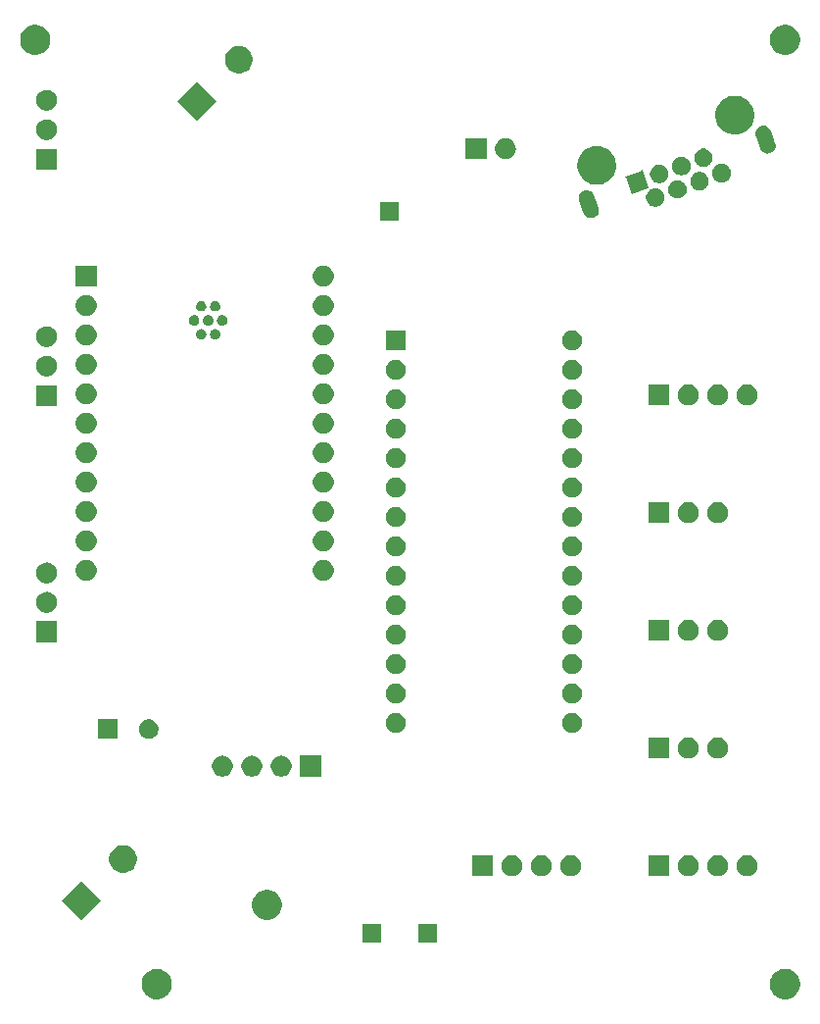
<source format=gbr>
G04 #@! TF.GenerationSoftware,KiCad,Pcbnew,(5.1.6)-1*
G04 #@! TF.CreationDate,2021-07-19T19:05:09-05:00*
G04 #@! TF.ProjectId,ControlBoardT4_22PinSound_PowerAmp,436f6e74-726f-46c4-926f-61726454345f,rev?*
G04 #@! TF.SameCoordinates,Original*
G04 #@! TF.FileFunction,Soldermask,Top*
G04 #@! TF.FilePolarity,Negative*
%FSLAX46Y46*%
G04 Gerber Fmt 4.6, Leading zero omitted, Abs format (unit mm)*
G04 Created by KiCad (PCBNEW (5.1.6)-1) date 2021-07-19 19:05:09*
%MOMM*%
%LPD*%
G01*
G04 APERTURE LIST*
%ADD10C,0.100000*%
G04 APERTURE END LIST*
D10*
G36*
X177379487Y-152948996D02*
G01*
X177616253Y-153047068D01*
X177616255Y-153047069D01*
X177829339Y-153189447D01*
X178010553Y-153370661D01*
X178152932Y-153583747D01*
X178251004Y-153820513D01*
X178301000Y-154071861D01*
X178301000Y-154328139D01*
X178251004Y-154579487D01*
X178152932Y-154816253D01*
X178152931Y-154816255D01*
X178010553Y-155029339D01*
X177829339Y-155210553D01*
X177616255Y-155352931D01*
X177616254Y-155352932D01*
X177616253Y-155352932D01*
X177379487Y-155451004D01*
X177128139Y-155501000D01*
X176871861Y-155501000D01*
X176620513Y-155451004D01*
X176383747Y-155352932D01*
X176383746Y-155352932D01*
X176383745Y-155352931D01*
X176170661Y-155210553D01*
X175989447Y-155029339D01*
X175847069Y-154816255D01*
X175847068Y-154816253D01*
X175748996Y-154579487D01*
X175699000Y-154328139D01*
X175699000Y-154071861D01*
X175748996Y-153820513D01*
X175847068Y-153583747D01*
X175989447Y-153370661D01*
X176170661Y-153189447D01*
X176383745Y-153047069D01*
X176383747Y-153047068D01*
X176620513Y-152948996D01*
X176871861Y-152899000D01*
X177128139Y-152899000D01*
X177379487Y-152948996D01*
G37*
G36*
X123079487Y-152948996D02*
G01*
X123316253Y-153047068D01*
X123316255Y-153047069D01*
X123529339Y-153189447D01*
X123710553Y-153370661D01*
X123852932Y-153583747D01*
X123951004Y-153820513D01*
X124001000Y-154071861D01*
X124001000Y-154328139D01*
X123951004Y-154579487D01*
X123852932Y-154816253D01*
X123852931Y-154816255D01*
X123710553Y-155029339D01*
X123529339Y-155210553D01*
X123316255Y-155352931D01*
X123316254Y-155352932D01*
X123316253Y-155352932D01*
X123079487Y-155451004D01*
X122828139Y-155501000D01*
X122571861Y-155501000D01*
X122320513Y-155451004D01*
X122083747Y-155352932D01*
X122083746Y-155352932D01*
X122083745Y-155352931D01*
X121870661Y-155210553D01*
X121689447Y-155029339D01*
X121547069Y-154816255D01*
X121547068Y-154816253D01*
X121448996Y-154579487D01*
X121399000Y-154328139D01*
X121399000Y-154071861D01*
X121448996Y-153820513D01*
X121547068Y-153583747D01*
X121689447Y-153370661D01*
X121870661Y-153189447D01*
X122083745Y-153047069D01*
X122083747Y-153047068D01*
X122320513Y-152948996D01*
X122571861Y-152899000D01*
X122828139Y-152899000D01*
X123079487Y-152948996D01*
G37*
G36*
X142101000Y-150601000D02*
G01*
X140499000Y-150601000D01*
X140499000Y-148999000D01*
X142101000Y-148999000D01*
X142101000Y-150601000D01*
G37*
G36*
X146901000Y-150601000D02*
G01*
X145299000Y-150601000D01*
X145299000Y-148999000D01*
X146901000Y-148999000D01*
X146901000Y-150601000D01*
G37*
G36*
X117888571Y-147000000D02*
G01*
X116200000Y-148688571D01*
X114511429Y-147000000D01*
X116200000Y-145311429D01*
X117888571Y-147000000D01*
G37*
G36*
X132607587Y-146107996D02*
G01*
X132844353Y-146206068D01*
X132844355Y-146206069D01*
X133057439Y-146348447D01*
X133238653Y-146529661D01*
X133381032Y-146742747D01*
X133479104Y-146979513D01*
X133529100Y-147230861D01*
X133529100Y-147487139D01*
X133479104Y-147738487D01*
X133381032Y-147975253D01*
X133381031Y-147975255D01*
X133238653Y-148188339D01*
X133057439Y-148369553D01*
X132844355Y-148511931D01*
X132844354Y-148511932D01*
X132844353Y-148511932D01*
X132607587Y-148610004D01*
X132356239Y-148660000D01*
X132099961Y-148660000D01*
X131848613Y-148610004D01*
X131611847Y-148511932D01*
X131611846Y-148511932D01*
X131611845Y-148511931D01*
X131398761Y-148369553D01*
X131217547Y-148188339D01*
X131075169Y-147975255D01*
X131075168Y-147975253D01*
X130977096Y-147738487D01*
X130927100Y-147487139D01*
X130927100Y-147230861D01*
X130977096Y-146979513D01*
X131075168Y-146742747D01*
X131217547Y-146529661D01*
X131398761Y-146348447D01*
X131611845Y-146206069D01*
X131611847Y-146206068D01*
X131848613Y-146107996D01*
X132099961Y-146058000D01*
X132356239Y-146058000D01*
X132607587Y-146107996D01*
G37*
G36*
X153513512Y-143103927D02*
G01*
X153662812Y-143133624D01*
X153826784Y-143201544D01*
X153974354Y-143300147D01*
X154099853Y-143425646D01*
X154198456Y-143573216D01*
X154266376Y-143737188D01*
X154301000Y-143911259D01*
X154301000Y-144088741D01*
X154266376Y-144262812D01*
X154198456Y-144426784D01*
X154099853Y-144574354D01*
X153974354Y-144699853D01*
X153826784Y-144798456D01*
X153662812Y-144866376D01*
X153513512Y-144896073D01*
X153488742Y-144901000D01*
X153311258Y-144901000D01*
X153286488Y-144896073D01*
X153137188Y-144866376D01*
X152973216Y-144798456D01*
X152825646Y-144699853D01*
X152700147Y-144574354D01*
X152601544Y-144426784D01*
X152533624Y-144262812D01*
X152499000Y-144088741D01*
X152499000Y-143911259D01*
X152533624Y-143737188D01*
X152601544Y-143573216D01*
X152700147Y-143425646D01*
X152825646Y-143300147D01*
X152973216Y-143201544D01*
X153137188Y-143133624D01*
X153286488Y-143103927D01*
X153311258Y-143099000D01*
X153488742Y-143099000D01*
X153513512Y-143103927D01*
G37*
G36*
X173833512Y-143103927D02*
G01*
X173982812Y-143133624D01*
X174146784Y-143201544D01*
X174294354Y-143300147D01*
X174419853Y-143425646D01*
X174518456Y-143573216D01*
X174586376Y-143737188D01*
X174621000Y-143911259D01*
X174621000Y-144088741D01*
X174586376Y-144262812D01*
X174518456Y-144426784D01*
X174419853Y-144574354D01*
X174294354Y-144699853D01*
X174146784Y-144798456D01*
X173982812Y-144866376D01*
X173833512Y-144896073D01*
X173808742Y-144901000D01*
X173631258Y-144901000D01*
X173606488Y-144896073D01*
X173457188Y-144866376D01*
X173293216Y-144798456D01*
X173145646Y-144699853D01*
X173020147Y-144574354D01*
X172921544Y-144426784D01*
X172853624Y-144262812D01*
X172819000Y-144088741D01*
X172819000Y-143911259D01*
X172853624Y-143737188D01*
X172921544Y-143573216D01*
X173020147Y-143425646D01*
X173145646Y-143300147D01*
X173293216Y-143201544D01*
X173457188Y-143133624D01*
X173606488Y-143103927D01*
X173631258Y-143099000D01*
X173808742Y-143099000D01*
X173833512Y-143103927D01*
G37*
G36*
X171293512Y-143103927D02*
G01*
X171442812Y-143133624D01*
X171606784Y-143201544D01*
X171754354Y-143300147D01*
X171879853Y-143425646D01*
X171978456Y-143573216D01*
X172046376Y-143737188D01*
X172081000Y-143911259D01*
X172081000Y-144088741D01*
X172046376Y-144262812D01*
X171978456Y-144426784D01*
X171879853Y-144574354D01*
X171754354Y-144699853D01*
X171606784Y-144798456D01*
X171442812Y-144866376D01*
X171293512Y-144896073D01*
X171268742Y-144901000D01*
X171091258Y-144901000D01*
X171066488Y-144896073D01*
X170917188Y-144866376D01*
X170753216Y-144798456D01*
X170605646Y-144699853D01*
X170480147Y-144574354D01*
X170381544Y-144426784D01*
X170313624Y-144262812D01*
X170279000Y-144088741D01*
X170279000Y-143911259D01*
X170313624Y-143737188D01*
X170381544Y-143573216D01*
X170480147Y-143425646D01*
X170605646Y-143300147D01*
X170753216Y-143201544D01*
X170917188Y-143133624D01*
X171066488Y-143103927D01*
X171091258Y-143099000D01*
X171268742Y-143099000D01*
X171293512Y-143103927D01*
G37*
G36*
X168753512Y-143103927D02*
G01*
X168902812Y-143133624D01*
X169066784Y-143201544D01*
X169214354Y-143300147D01*
X169339853Y-143425646D01*
X169438456Y-143573216D01*
X169506376Y-143737188D01*
X169541000Y-143911259D01*
X169541000Y-144088741D01*
X169506376Y-144262812D01*
X169438456Y-144426784D01*
X169339853Y-144574354D01*
X169214354Y-144699853D01*
X169066784Y-144798456D01*
X168902812Y-144866376D01*
X168753512Y-144896073D01*
X168728742Y-144901000D01*
X168551258Y-144901000D01*
X168526488Y-144896073D01*
X168377188Y-144866376D01*
X168213216Y-144798456D01*
X168065646Y-144699853D01*
X167940147Y-144574354D01*
X167841544Y-144426784D01*
X167773624Y-144262812D01*
X167739000Y-144088741D01*
X167739000Y-143911259D01*
X167773624Y-143737188D01*
X167841544Y-143573216D01*
X167940147Y-143425646D01*
X168065646Y-143300147D01*
X168213216Y-143201544D01*
X168377188Y-143133624D01*
X168526488Y-143103927D01*
X168551258Y-143099000D01*
X168728742Y-143099000D01*
X168753512Y-143103927D01*
G37*
G36*
X167001000Y-144901000D02*
G01*
X165199000Y-144901000D01*
X165199000Y-143099000D01*
X167001000Y-143099000D01*
X167001000Y-144901000D01*
G37*
G36*
X151761000Y-144901000D02*
G01*
X149959000Y-144901000D01*
X149959000Y-143099000D01*
X151761000Y-143099000D01*
X151761000Y-144901000D01*
G37*
G36*
X158593512Y-143103927D02*
G01*
X158742812Y-143133624D01*
X158906784Y-143201544D01*
X159054354Y-143300147D01*
X159179853Y-143425646D01*
X159278456Y-143573216D01*
X159346376Y-143737188D01*
X159381000Y-143911259D01*
X159381000Y-144088741D01*
X159346376Y-144262812D01*
X159278456Y-144426784D01*
X159179853Y-144574354D01*
X159054354Y-144699853D01*
X158906784Y-144798456D01*
X158742812Y-144866376D01*
X158593512Y-144896073D01*
X158568742Y-144901000D01*
X158391258Y-144901000D01*
X158366488Y-144896073D01*
X158217188Y-144866376D01*
X158053216Y-144798456D01*
X157905646Y-144699853D01*
X157780147Y-144574354D01*
X157681544Y-144426784D01*
X157613624Y-144262812D01*
X157579000Y-144088741D01*
X157579000Y-143911259D01*
X157613624Y-143737188D01*
X157681544Y-143573216D01*
X157780147Y-143425646D01*
X157905646Y-143300147D01*
X158053216Y-143201544D01*
X158217188Y-143133624D01*
X158366488Y-143103927D01*
X158391258Y-143099000D01*
X158568742Y-143099000D01*
X158593512Y-143103927D01*
G37*
G36*
X156053512Y-143103927D02*
G01*
X156202812Y-143133624D01*
X156366784Y-143201544D01*
X156514354Y-143300147D01*
X156639853Y-143425646D01*
X156738456Y-143573216D01*
X156806376Y-143737188D01*
X156841000Y-143911259D01*
X156841000Y-144088741D01*
X156806376Y-144262812D01*
X156738456Y-144426784D01*
X156639853Y-144574354D01*
X156514354Y-144699853D01*
X156366784Y-144798456D01*
X156202812Y-144866376D01*
X156053512Y-144896073D01*
X156028742Y-144901000D01*
X155851258Y-144901000D01*
X155826488Y-144896073D01*
X155677188Y-144866376D01*
X155513216Y-144798456D01*
X155365646Y-144699853D01*
X155240147Y-144574354D01*
X155141544Y-144426784D01*
X155073624Y-144262812D01*
X155039000Y-144088741D01*
X155039000Y-143911259D01*
X155073624Y-143737188D01*
X155141544Y-143573216D01*
X155240147Y-143425646D01*
X155365646Y-143300147D01*
X155513216Y-143201544D01*
X155677188Y-143133624D01*
X155826488Y-143103927D01*
X155851258Y-143099000D01*
X156028742Y-143099000D01*
X156053512Y-143103927D01*
G37*
G36*
X120140378Y-142259782D02*
G01*
X120357671Y-142349788D01*
X120357673Y-142349789D01*
X120553232Y-142480458D01*
X120719542Y-142646768D01*
X120850212Y-142842329D01*
X120940218Y-143059622D01*
X120986102Y-143290298D01*
X120986102Y-143525498D01*
X120940218Y-143756174D01*
X120875980Y-143911258D01*
X120850211Y-143973469D01*
X120719542Y-144169028D01*
X120553232Y-144335338D01*
X120357673Y-144466007D01*
X120357672Y-144466008D01*
X120357671Y-144466008D01*
X120140378Y-144556014D01*
X119909702Y-144601898D01*
X119674502Y-144601898D01*
X119443826Y-144556014D01*
X119226533Y-144466008D01*
X119226532Y-144466008D01*
X119226531Y-144466007D01*
X119030972Y-144335338D01*
X118864662Y-144169028D01*
X118733993Y-143973469D01*
X118708224Y-143911258D01*
X118643986Y-143756174D01*
X118598102Y-143525498D01*
X118598102Y-143290298D01*
X118643986Y-143059622D01*
X118733992Y-142842329D01*
X118864662Y-142646768D01*
X119030972Y-142480458D01*
X119226531Y-142349789D01*
X119226533Y-142349788D01*
X119443826Y-142259782D01*
X119674502Y-142213898D01*
X119909702Y-142213898D01*
X120140378Y-142259782D01*
G37*
G36*
X131033512Y-134503927D02*
G01*
X131182812Y-134533624D01*
X131346784Y-134601544D01*
X131494354Y-134700147D01*
X131619853Y-134825646D01*
X131718456Y-134973216D01*
X131786376Y-135137188D01*
X131821000Y-135311259D01*
X131821000Y-135488741D01*
X131786376Y-135662812D01*
X131718456Y-135826784D01*
X131619853Y-135974354D01*
X131494354Y-136099853D01*
X131346784Y-136198456D01*
X131182812Y-136266376D01*
X131033512Y-136296073D01*
X131008742Y-136301000D01*
X130831258Y-136301000D01*
X130806488Y-136296073D01*
X130657188Y-136266376D01*
X130493216Y-136198456D01*
X130345646Y-136099853D01*
X130220147Y-135974354D01*
X130121544Y-135826784D01*
X130053624Y-135662812D01*
X130019000Y-135488741D01*
X130019000Y-135311259D01*
X130053624Y-135137188D01*
X130121544Y-134973216D01*
X130220147Y-134825646D01*
X130345646Y-134700147D01*
X130493216Y-134601544D01*
X130657188Y-134533624D01*
X130806488Y-134503927D01*
X130831258Y-134499000D01*
X131008742Y-134499000D01*
X131033512Y-134503927D01*
G37*
G36*
X128493512Y-134503927D02*
G01*
X128642812Y-134533624D01*
X128806784Y-134601544D01*
X128954354Y-134700147D01*
X129079853Y-134825646D01*
X129178456Y-134973216D01*
X129246376Y-135137188D01*
X129281000Y-135311259D01*
X129281000Y-135488741D01*
X129246376Y-135662812D01*
X129178456Y-135826784D01*
X129079853Y-135974354D01*
X128954354Y-136099853D01*
X128806784Y-136198456D01*
X128642812Y-136266376D01*
X128493512Y-136296073D01*
X128468742Y-136301000D01*
X128291258Y-136301000D01*
X128266488Y-136296073D01*
X128117188Y-136266376D01*
X127953216Y-136198456D01*
X127805646Y-136099853D01*
X127680147Y-135974354D01*
X127581544Y-135826784D01*
X127513624Y-135662812D01*
X127479000Y-135488741D01*
X127479000Y-135311259D01*
X127513624Y-135137188D01*
X127581544Y-134973216D01*
X127680147Y-134825646D01*
X127805646Y-134700147D01*
X127953216Y-134601544D01*
X128117188Y-134533624D01*
X128266488Y-134503927D01*
X128291258Y-134499000D01*
X128468742Y-134499000D01*
X128493512Y-134503927D01*
G37*
G36*
X133573512Y-134503927D02*
G01*
X133722812Y-134533624D01*
X133886784Y-134601544D01*
X134034354Y-134700147D01*
X134159853Y-134825646D01*
X134258456Y-134973216D01*
X134326376Y-135137188D01*
X134361000Y-135311259D01*
X134361000Y-135488741D01*
X134326376Y-135662812D01*
X134258456Y-135826784D01*
X134159853Y-135974354D01*
X134034354Y-136099853D01*
X133886784Y-136198456D01*
X133722812Y-136266376D01*
X133573512Y-136296073D01*
X133548742Y-136301000D01*
X133371258Y-136301000D01*
X133346488Y-136296073D01*
X133197188Y-136266376D01*
X133033216Y-136198456D01*
X132885646Y-136099853D01*
X132760147Y-135974354D01*
X132661544Y-135826784D01*
X132593624Y-135662812D01*
X132559000Y-135488741D01*
X132559000Y-135311259D01*
X132593624Y-135137188D01*
X132661544Y-134973216D01*
X132760147Y-134825646D01*
X132885646Y-134700147D01*
X133033216Y-134601544D01*
X133197188Y-134533624D01*
X133346488Y-134503927D01*
X133371258Y-134499000D01*
X133548742Y-134499000D01*
X133573512Y-134503927D01*
G37*
G36*
X136901000Y-136301000D02*
G01*
X135099000Y-136301000D01*
X135099000Y-134499000D01*
X136901000Y-134499000D01*
X136901000Y-136301000D01*
G37*
G36*
X168753512Y-132943927D02*
G01*
X168902812Y-132973624D01*
X169066784Y-133041544D01*
X169214354Y-133140147D01*
X169339853Y-133265646D01*
X169438456Y-133413216D01*
X169506376Y-133577188D01*
X169541000Y-133751259D01*
X169541000Y-133928741D01*
X169506376Y-134102812D01*
X169438456Y-134266784D01*
X169339853Y-134414354D01*
X169214354Y-134539853D01*
X169066784Y-134638456D01*
X168902812Y-134706376D01*
X168753512Y-134736073D01*
X168728742Y-134741000D01*
X168551258Y-134741000D01*
X168526488Y-134736073D01*
X168377188Y-134706376D01*
X168213216Y-134638456D01*
X168065646Y-134539853D01*
X167940147Y-134414354D01*
X167841544Y-134266784D01*
X167773624Y-134102812D01*
X167739000Y-133928741D01*
X167739000Y-133751259D01*
X167773624Y-133577188D01*
X167841544Y-133413216D01*
X167940147Y-133265646D01*
X168065646Y-133140147D01*
X168213216Y-133041544D01*
X168377188Y-132973624D01*
X168526488Y-132943927D01*
X168551258Y-132939000D01*
X168728742Y-132939000D01*
X168753512Y-132943927D01*
G37*
G36*
X167001000Y-134741000D02*
G01*
X165199000Y-134741000D01*
X165199000Y-132939000D01*
X167001000Y-132939000D01*
X167001000Y-134741000D01*
G37*
G36*
X171293512Y-132943927D02*
G01*
X171442812Y-132973624D01*
X171606784Y-133041544D01*
X171754354Y-133140147D01*
X171879853Y-133265646D01*
X171978456Y-133413216D01*
X172046376Y-133577188D01*
X172081000Y-133751259D01*
X172081000Y-133928741D01*
X172046376Y-134102812D01*
X171978456Y-134266784D01*
X171879853Y-134414354D01*
X171754354Y-134539853D01*
X171606784Y-134638456D01*
X171442812Y-134706376D01*
X171293512Y-134736073D01*
X171268742Y-134741000D01*
X171091258Y-134741000D01*
X171066488Y-134736073D01*
X170917188Y-134706376D01*
X170753216Y-134638456D01*
X170605646Y-134539853D01*
X170480147Y-134414354D01*
X170381544Y-134266784D01*
X170313624Y-134102812D01*
X170279000Y-133928741D01*
X170279000Y-133751259D01*
X170313624Y-133577188D01*
X170381544Y-133413216D01*
X170480147Y-133265646D01*
X170605646Y-133140147D01*
X170753216Y-133041544D01*
X170917188Y-132973624D01*
X171066488Y-132943927D01*
X171091258Y-132939000D01*
X171268742Y-132939000D01*
X171293512Y-132943927D01*
G37*
G36*
X122248228Y-131381703D02*
G01*
X122403100Y-131445853D01*
X122542481Y-131538985D01*
X122661015Y-131657519D01*
X122754147Y-131796900D01*
X122818297Y-131951772D01*
X122851000Y-132116184D01*
X122851000Y-132283816D01*
X122818297Y-132448228D01*
X122754147Y-132603100D01*
X122661015Y-132742481D01*
X122542481Y-132861015D01*
X122403100Y-132954147D01*
X122248228Y-133018297D01*
X122083816Y-133051000D01*
X121916184Y-133051000D01*
X121751772Y-133018297D01*
X121596900Y-132954147D01*
X121457519Y-132861015D01*
X121338985Y-132742481D01*
X121245853Y-132603100D01*
X121181703Y-132448228D01*
X121149000Y-132283816D01*
X121149000Y-132116184D01*
X121181703Y-131951772D01*
X121245853Y-131796900D01*
X121338985Y-131657519D01*
X121457519Y-131538985D01*
X121596900Y-131445853D01*
X121751772Y-131381703D01*
X121916184Y-131349000D01*
X122083816Y-131349000D01*
X122248228Y-131381703D01*
G37*
G36*
X119351000Y-133051000D02*
G01*
X117649000Y-133051000D01*
X117649000Y-131349000D01*
X119351000Y-131349000D01*
X119351000Y-133051000D01*
G37*
G36*
X158845228Y-130839703D02*
G01*
X159000100Y-130903853D01*
X159139481Y-130996985D01*
X159258015Y-131115519D01*
X159351147Y-131254900D01*
X159415297Y-131409772D01*
X159448000Y-131574184D01*
X159448000Y-131741816D01*
X159415297Y-131906228D01*
X159351147Y-132061100D01*
X159258015Y-132200481D01*
X159139481Y-132319015D01*
X159000100Y-132412147D01*
X158845228Y-132476297D01*
X158680816Y-132509000D01*
X158513184Y-132509000D01*
X158348772Y-132476297D01*
X158193900Y-132412147D01*
X158054519Y-132319015D01*
X157935985Y-132200481D01*
X157842853Y-132061100D01*
X157778703Y-131906228D01*
X157746000Y-131741816D01*
X157746000Y-131574184D01*
X157778703Y-131409772D01*
X157842853Y-131254900D01*
X157935985Y-131115519D01*
X158054519Y-130996985D01*
X158193900Y-130903853D01*
X158348772Y-130839703D01*
X158513184Y-130807000D01*
X158680816Y-130807000D01*
X158845228Y-130839703D01*
G37*
G36*
X143605228Y-130839703D02*
G01*
X143760100Y-130903853D01*
X143899481Y-130996985D01*
X144018015Y-131115519D01*
X144111147Y-131254900D01*
X144175297Y-131409772D01*
X144208000Y-131574184D01*
X144208000Y-131741816D01*
X144175297Y-131906228D01*
X144111147Y-132061100D01*
X144018015Y-132200481D01*
X143899481Y-132319015D01*
X143760100Y-132412147D01*
X143605228Y-132476297D01*
X143440816Y-132509000D01*
X143273184Y-132509000D01*
X143108772Y-132476297D01*
X142953900Y-132412147D01*
X142814519Y-132319015D01*
X142695985Y-132200481D01*
X142602853Y-132061100D01*
X142538703Y-131906228D01*
X142506000Y-131741816D01*
X142506000Y-131574184D01*
X142538703Y-131409772D01*
X142602853Y-131254900D01*
X142695985Y-131115519D01*
X142814519Y-130996985D01*
X142953900Y-130903853D01*
X143108772Y-130839703D01*
X143273184Y-130807000D01*
X143440816Y-130807000D01*
X143605228Y-130839703D01*
G37*
G36*
X158845228Y-128299703D02*
G01*
X159000100Y-128363853D01*
X159139481Y-128456985D01*
X159258015Y-128575519D01*
X159351147Y-128714900D01*
X159415297Y-128869772D01*
X159448000Y-129034184D01*
X159448000Y-129201816D01*
X159415297Y-129366228D01*
X159351147Y-129521100D01*
X159258015Y-129660481D01*
X159139481Y-129779015D01*
X159000100Y-129872147D01*
X158845228Y-129936297D01*
X158680816Y-129969000D01*
X158513184Y-129969000D01*
X158348772Y-129936297D01*
X158193900Y-129872147D01*
X158054519Y-129779015D01*
X157935985Y-129660481D01*
X157842853Y-129521100D01*
X157778703Y-129366228D01*
X157746000Y-129201816D01*
X157746000Y-129034184D01*
X157778703Y-128869772D01*
X157842853Y-128714900D01*
X157935985Y-128575519D01*
X158054519Y-128456985D01*
X158193900Y-128363853D01*
X158348772Y-128299703D01*
X158513184Y-128267000D01*
X158680816Y-128267000D01*
X158845228Y-128299703D01*
G37*
G36*
X143605228Y-128299703D02*
G01*
X143760100Y-128363853D01*
X143899481Y-128456985D01*
X144018015Y-128575519D01*
X144111147Y-128714900D01*
X144175297Y-128869772D01*
X144208000Y-129034184D01*
X144208000Y-129201816D01*
X144175297Y-129366228D01*
X144111147Y-129521100D01*
X144018015Y-129660481D01*
X143899481Y-129779015D01*
X143760100Y-129872147D01*
X143605228Y-129936297D01*
X143440816Y-129969000D01*
X143273184Y-129969000D01*
X143108772Y-129936297D01*
X142953900Y-129872147D01*
X142814519Y-129779015D01*
X142695985Y-129660481D01*
X142602853Y-129521100D01*
X142538703Y-129366228D01*
X142506000Y-129201816D01*
X142506000Y-129034184D01*
X142538703Y-128869772D01*
X142602853Y-128714900D01*
X142695985Y-128575519D01*
X142814519Y-128456985D01*
X142953900Y-128363853D01*
X143108772Y-128299703D01*
X143273184Y-128267000D01*
X143440816Y-128267000D01*
X143605228Y-128299703D01*
G37*
G36*
X143605228Y-125759703D02*
G01*
X143760100Y-125823853D01*
X143899481Y-125916985D01*
X144018015Y-126035519D01*
X144111147Y-126174900D01*
X144175297Y-126329772D01*
X144208000Y-126494184D01*
X144208000Y-126661816D01*
X144175297Y-126826228D01*
X144111147Y-126981100D01*
X144018015Y-127120481D01*
X143899481Y-127239015D01*
X143760100Y-127332147D01*
X143605228Y-127396297D01*
X143440816Y-127429000D01*
X143273184Y-127429000D01*
X143108772Y-127396297D01*
X142953900Y-127332147D01*
X142814519Y-127239015D01*
X142695985Y-127120481D01*
X142602853Y-126981100D01*
X142538703Y-126826228D01*
X142506000Y-126661816D01*
X142506000Y-126494184D01*
X142538703Y-126329772D01*
X142602853Y-126174900D01*
X142695985Y-126035519D01*
X142814519Y-125916985D01*
X142953900Y-125823853D01*
X143108772Y-125759703D01*
X143273184Y-125727000D01*
X143440816Y-125727000D01*
X143605228Y-125759703D01*
G37*
G36*
X158845228Y-125759703D02*
G01*
X159000100Y-125823853D01*
X159139481Y-125916985D01*
X159258015Y-126035519D01*
X159351147Y-126174900D01*
X159415297Y-126329772D01*
X159448000Y-126494184D01*
X159448000Y-126661816D01*
X159415297Y-126826228D01*
X159351147Y-126981100D01*
X159258015Y-127120481D01*
X159139481Y-127239015D01*
X159000100Y-127332147D01*
X158845228Y-127396297D01*
X158680816Y-127429000D01*
X158513184Y-127429000D01*
X158348772Y-127396297D01*
X158193900Y-127332147D01*
X158054519Y-127239015D01*
X157935985Y-127120481D01*
X157842853Y-126981100D01*
X157778703Y-126826228D01*
X157746000Y-126661816D01*
X157746000Y-126494184D01*
X157778703Y-126329772D01*
X157842853Y-126174900D01*
X157935985Y-126035519D01*
X158054519Y-125916985D01*
X158193900Y-125823853D01*
X158348772Y-125759703D01*
X158513184Y-125727000D01*
X158680816Y-125727000D01*
X158845228Y-125759703D01*
G37*
G36*
X143605228Y-123219703D02*
G01*
X143760100Y-123283853D01*
X143899481Y-123376985D01*
X144018015Y-123495519D01*
X144111147Y-123634900D01*
X144175297Y-123789772D01*
X144208000Y-123954184D01*
X144208000Y-124121816D01*
X144175297Y-124286228D01*
X144111147Y-124441100D01*
X144018015Y-124580481D01*
X143899481Y-124699015D01*
X143760100Y-124792147D01*
X143605228Y-124856297D01*
X143440816Y-124889000D01*
X143273184Y-124889000D01*
X143108772Y-124856297D01*
X142953900Y-124792147D01*
X142814519Y-124699015D01*
X142695985Y-124580481D01*
X142602853Y-124441100D01*
X142538703Y-124286228D01*
X142506000Y-124121816D01*
X142506000Y-123954184D01*
X142538703Y-123789772D01*
X142602853Y-123634900D01*
X142695985Y-123495519D01*
X142814519Y-123376985D01*
X142953900Y-123283853D01*
X143108772Y-123219703D01*
X143273184Y-123187000D01*
X143440816Y-123187000D01*
X143605228Y-123219703D01*
G37*
G36*
X158845228Y-123219703D02*
G01*
X159000100Y-123283853D01*
X159139481Y-123376985D01*
X159258015Y-123495519D01*
X159351147Y-123634900D01*
X159415297Y-123789772D01*
X159448000Y-123954184D01*
X159448000Y-124121816D01*
X159415297Y-124286228D01*
X159351147Y-124441100D01*
X159258015Y-124580481D01*
X159139481Y-124699015D01*
X159000100Y-124792147D01*
X158845228Y-124856297D01*
X158680816Y-124889000D01*
X158513184Y-124889000D01*
X158348772Y-124856297D01*
X158193900Y-124792147D01*
X158054519Y-124699015D01*
X157935985Y-124580481D01*
X157842853Y-124441100D01*
X157778703Y-124286228D01*
X157746000Y-124121816D01*
X157746000Y-123954184D01*
X157778703Y-123789772D01*
X157842853Y-123634900D01*
X157935985Y-123495519D01*
X158054519Y-123376985D01*
X158193900Y-123283853D01*
X158348772Y-123219703D01*
X158513184Y-123187000D01*
X158680816Y-123187000D01*
X158845228Y-123219703D01*
G37*
G36*
X114101000Y-124701000D02*
G01*
X112299000Y-124701000D01*
X112299000Y-122899000D01*
X114101000Y-122899000D01*
X114101000Y-124701000D01*
G37*
G36*
X167001000Y-124581000D02*
G01*
X165199000Y-124581000D01*
X165199000Y-122779000D01*
X167001000Y-122779000D01*
X167001000Y-124581000D01*
G37*
G36*
X168753512Y-122783927D02*
G01*
X168902812Y-122813624D01*
X169066784Y-122881544D01*
X169214354Y-122980147D01*
X169339853Y-123105646D01*
X169438456Y-123253216D01*
X169506376Y-123417188D01*
X169541000Y-123591259D01*
X169541000Y-123768741D01*
X169506376Y-123942812D01*
X169438456Y-124106784D01*
X169339853Y-124254354D01*
X169214354Y-124379853D01*
X169066784Y-124478456D01*
X168902812Y-124546376D01*
X168753512Y-124576073D01*
X168728742Y-124581000D01*
X168551258Y-124581000D01*
X168526488Y-124576073D01*
X168377188Y-124546376D01*
X168213216Y-124478456D01*
X168065646Y-124379853D01*
X167940147Y-124254354D01*
X167841544Y-124106784D01*
X167773624Y-123942812D01*
X167739000Y-123768741D01*
X167739000Y-123591259D01*
X167773624Y-123417188D01*
X167841544Y-123253216D01*
X167940147Y-123105646D01*
X168065646Y-122980147D01*
X168213216Y-122881544D01*
X168377188Y-122813624D01*
X168526488Y-122783927D01*
X168551258Y-122779000D01*
X168728742Y-122779000D01*
X168753512Y-122783927D01*
G37*
G36*
X171293512Y-122783927D02*
G01*
X171442812Y-122813624D01*
X171606784Y-122881544D01*
X171754354Y-122980147D01*
X171879853Y-123105646D01*
X171978456Y-123253216D01*
X172046376Y-123417188D01*
X172081000Y-123591259D01*
X172081000Y-123768741D01*
X172046376Y-123942812D01*
X171978456Y-124106784D01*
X171879853Y-124254354D01*
X171754354Y-124379853D01*
X171606784Y-124478456D01*
X171442812Y-124546376D01*
X171293512Y-124576073D01*
X171268742Y-124581000D01*
X171091258Y-124581000D01*
X171066488Y-124576073D01*
X170917188Y-124546376D01*
X170753216Y-124478456D01*
X170605646Y-124379853D01*
X170480147Y-124254354D01*
X170381544Y-124106784D01*
X170313624Y-123942812D01*
X170279000Y-123768741D01*
X170279000Y-123591259D01*
X170313624Y-123417188D01*
X170381544Y-123253216D01*
X170480147Y-123105646D01*
X170605646Y-122980147D01*
X170753216Y-122881544D01*
X170917188Y-122813624D01*
X171066488Y-122783927D01*
X171091258Y-122779000D01*
X171268742Y-122779000D01*
X171293512Y-122783927D01*
G37*
G36*
X143605228Y-120679703D02*
G01*
X143760100Y-120743853D01*
X143899481Y-120836985D01*
X144018015Y-120955519D01*
X144111147Y-121094900D01*
X144175297Y-121249772D01*
X144208000Y-121414184D01*
X144208000Y-121581816D01*
X144175297Y-121746228D01*
X144111147Y-121901100D01*
X144018015Y-122040481D01*
X143899481Y-122159015D01*
X143760100Y-122252147D01*
X143605228Y-122316297D01*
X143440816Y-122349000D01*
X143273184Y-122349000D01*
X143108772Y-122316297D01*
X142953900Y-122252147D01*
X142814519Y-122159015D01*
X142695985Y-122040481D01*
X142602853Y-121901100D01*
X142538703Y-121746228D01*
X142506000Y-121581816D01*
X142506000Y-121414184D01*
X142538703Y-121249772D01*
X142602853Y-121094900D01*
X142695985Y-120955519D01*
X142814519Y-120836985D01*
X142953900Y-120743853D01*
X143108772Y-120679703D01*
X143273184Y-120647000D01*
X143440816Y-120647000D01*
X143605228Y-120679703D01*
G37*
G36*
X158845228Y-120679703D02*
G01*
X159000100Y-120743853D01*
X159139481Y-120836985D01*
X159258015Y-120955519D01*
X159351147Y-121094900D01*
X159415297Y-121249772D01*
X159448000Y-121414184D01*
X159448000Y-121581816D01*
X159415297Y-121746228D01*
X159351147Y-121901100D01*
X159258015Y-122040481D01*
X159139481Y-122159015D01*
X159000100Y-122252147D01*
X158845228Y-122316297D01*
X158680816Y-122349000D01*
X158513184Y-122349000D01*
X158348772Y-122316297D01*
X158193900Y-122252147D01*
X158054519Y-122159015D01*
X157935985Y-122040481D01*
X157842853Y-121901100D01*
X157778703Y-121746228D01*
X157746000Y-121581816D01*
X157746000Y-121414184D01*
X157778703Y-121249772D01*
X157842853Y-121094900D01*
X157935985Y-120955519D01*
X158054519Y-120836985D01*
X158193900Y-120743853D01*
X158348772Y-120679703D01*
X158513184Y-120647000D01*
X158680816Y-120647000D01*
X158845228Y-120679703D01*
G37*
G36*
X113313512Y-120363927D02*
G01*
X113462812Y-120393624D01*
X113626784Y-120461544D01*
X113774354Y-120560147D01*
X113899853Y-120685646D01*
X113998456Y-120833216D01*
X114066376Y-120997188D01*
X114101000Y-121171259D01*
X114101000Y-121348741D01*
X114066376Y-121522812D01*
X113998456Y-121686784D01*
X113899853Y-121834354D01*
X113774354Y-121959853D01*
X113626784Y-122058456D01*
X113462812Y-122126376D01*
X113313512Y-122156073D01*
X113288742Y-122161000D01*
X113111258Y-122161000D01*
X113086488Y-122156073D01*
X112937188Y-122126376D01*
X112773216Y-122058456D01*
X112625646Y-121959853D01*
X112500147Y-121834354D01*
X112401544Y-121686784D01*
X112333624Y-121522812D01*
X112299000Y-121348741D01*
X112299000Y-121171259D01*
X112333624Y-120997188D01*
X112401544Y-120833216D01*
X112500147Y-120685646D01*
X112625646Y-120560147D01*
X112773216Y-120461544D01*
X112937188Y-120393624D01*
X113086488Y-120363927D01*
X113111258Y-120359000D01*
X113288742Y-120359000D01*
X113313512Y-120363927D01*
G37*
G36*
X143605228Y-118139703D02*
G01*
X143760100Y-118203853D01*
X143899481Y-118296985D01*
X144018015Y-118415519D01*
X144111147Y-118554900D01*
X144175297Y-118709772D01*
X144208000Y-118874184D01*
X144208000Y-119041816D01*
X144175297Y-119206228D01*
X144111147Y-119361100D01*
X144018015Y-119500481D01*
X143899481Y-119619015D01*
X143760100Y-119712147D01*
X143605228Y-119776297D01*
X143440816Y-119809000D01*
X143273184Y-119809000D01*
X143108772Y-119776297D01*
X142953900Y-119712147D01*
X142814519Y-119619015D01*
X142695985Y-119500481D01*
X142602853Y-119361100D01*
X142538703Y-119206228D01*
X142506000Y-119041816D01*
X142506000Y-118874184D01*
X142538703Y-118709772D01*
X142602853Y-118554900D01*
X142695985Y-118415519D01*
X142814519Y-118296985D01*
X142953900Y-118203853D01*
X143108772Y-118139703D01*
X143273184Y-118107000D01*
X143440816Y-118107000D01*
X143605228Y-118139703D01*
G37*
G36*
X158845228Y-118139703D02*
G01*
X159000100Y-118203853D01*
X159139481Y-118296985D01*
X159258015Y-118415519D01*
X159351147Y-118554900D01*
X159415297Y-118709772D01*
X159448000Y-118874184D01*
X159448000Y-119041816D01*
X159415297Y-119206228D01*
X159351147Y-119361100D01*
X159258015Y-119500481D01*
X159139481Y-119619015D01*
X159000100Y-119712147D01*
X158845228Y-119776297D01*
X158680816Y-119809000D01*
X158513184Y-119809000D01*
X158348772Y-119776297D01*
X158193900Y-119712147D01*
X158054519Y-119619015D01*
X157935985Y-119500481D01*
X157842853Y-119361100D01*
X157778703Y-119206228D01*
X157746000Y-119041816D01*
X157746000Y-118874184D01*
X157778703Y-118709772D01*
X157842853Y-118554900D01*
X157935985Y-118415519D01*
X158054519Y-118296985D01*
X158193900Y-118203853D01*
X158348772Y-118139703D01*
X158513184Y-118107000D01*
X158680816Y-118107000D01*
X158845228Y-118139703D01*
G37*
G36*
X113313512Y-117823927D02*
G01*
X113462812Y-117853624D01*
X113626784Y-117921544D01*
X113774354Y-118020147D01*
X113899853Y-118145646D01*
X113998456Y-118293216D01*
X114066376Y-118457188D01*
X114101000Y-118631259D01*
X114101000Y-118808741D01*
X114066376Y-118982812D01*
X113998456Y-119146784D01*
X113899853Y-119294354D01*
X113774354Y-119419853D01*
X113626784Y-119518456D01*
X113462812Y-119586376D01*
X113313512Y-119616073D01*
X113288742Y-119621000D01*
X113111258Y-119621000D01*
X113086488Y-119616073D01*
X112937188Y-119586376D01*
X112773216Y-119518456D01*
X112625646Y-119419853D01*
X112500147Y-119294354D01*
X112401544Y-119146784D01*
X112333624Y-118982812D01*
X112299000Y-118808741D01*
X112299000Y-118631259D01*
X112333624Y-118457188D01*
X112401544Y-118293216D01*
X112500147Y-118145646D01*
X112625646Y-118020147D01*
X112773216Y-117921544D01*
X112937188Y-117853624D01*
X113086488Y-117823927D01*
X113111258Y-117819000D01*
X113288742Y-117819000D01*
X113313512Y-117823927D01*
G37*
G36*
X116713512Y-117603927D02*
G01*
X116862812Y-117633624D01*
X117026784Y-117701544D01*
X117174354Y-117800147D01*
X117299853Y-117925646D01*
X117398456Y-118073216D01*
X117466376Y-118237188D01*
X117501000Y-118411259D01*
X117501000Y-118588741D01*
X117466376Y-118762812D01*
X117398456Y-118926784D01*
X117299853Y-119074354D01*
X117174354Y-119199853D01*
X117026784Y-119298456D01*
X116862812Y-119366376D01*
X116713512Y-119396073D01*
X116688742Y-119401000D01*
X116511258Y-119401000D01*
X116486488Y-119396073D01*
X116337188Y-119366376D01*
X116173216Y-119298456D01*
X116025646Y-119199853D01*
X115900147Y-119074354D01*
X115801544Y-118926784D01*
X115733624Y-118762812D01*
X115699000Y-118588741D01*
X115699000Y-118411259D01*
X115733624Y-118237188D01*
X115801544Y-118073216D01*
X115900147Y-117925646D01*
X116025646Y-117800147D01*
X116173216Y-117701544D01*
X116337188Y-117633624D01*
X116486488Y-117603927D01*
X116511258Y-117599000D01*
X116688742Y-117599000D01*
X116713512Y-117603927D01*
G37*
G36*
X137213512Y-117603927D02*
G01*
X137362812Y-117633624D01*
X137526784Y-117701544D01*
X137674354Y-117800147D01*
X137799853Y-117925646D01*
X137898456Y-118073216D01*
X137966376Y-118237188D01*
X138001000Y-118411259D01*
X138001000Y-118588741D01*
X137966376Y-118762812D01*
X137898456Y-118926784D01*
X137799853Y-119074354D01*
X137674354Y-119199853D01*
X137526784Y-119298456D01*
X137362812Y-119366376D01*
X137213512Y-119396073D01*
X137188742Y-119401000D01*
X137011258Y-119401000D01*
X136986488Y-119396073D01*
X136837188Y-119366376D01*
X136673216Y-119298456D01*
X136525646Y-119199853D01*
X136400147Y-119074354D01*
X136301544Y-118926784D01*
X136233624Y-118762812D01*
X136199000Y-118588741D01*
X136199000Y-118411259D01*
X136233624Y-118237188D01*
X136301544Y-118073216D01*
X136400147Y-117925646D01*
X136525646Y-117800147D01*
X136673216Y-117701544D01*
X136837188Y-117633624D01*
X136986488Y-117603927D01*
X137011258Y-117599000D01*
X137188742Y-117599000D01*
X137213512Y-117603927D01*
G37*
G36*
X143605228Y-115599703D02*
G01*
X143760100Y-115663853D01*
X143899481Y-115756985D01*
X144018015Y-115875519D01*
X144111147Y-116014900D01*
X144175297Y-116169772D01*
X144208000Y-116334184D01*
X144208000Y-116501816D01*
X144175297Y-116666228D01*
X144111147Y-116821100D01*
X144018015Y-116960481D01*
X143899481Y-117079015D01*
X143760100Y-117172147D01*
X143605228Y-117236297D01*
X143440816Y-117269000D01*
X143273184Y-117269000D01*
X143108772Y-117236297D01*
X142953900Y-117172147D01*
X142814519Y-117079015D01*
X142695985Y-116960481D01*
X142602853Y-116821100D01*
X142538703Y-116666228D01*
X142506000Y-116501816D01*
X142506000Y-116334184D01*
X142538703Y-116169772D01*
X142602853Y-116014900D01*
X142695985Y-115875519D01*
X142814519Y-115756985D01*
X142953900Y-115663853D01*
X143108772Y-115599703D01*
X143273184Y-115567000D01*
X143440816Y-115567000D01*
X143605228Y-115599703D01*
G37*
G36*
X158845228Y-115599703D02*
G01*
X159000100Y-115663853D01*
X159139481Y-115756985D01*
X159258015Y-115875519D01*
X159351147Y-116014900D01*
X159415297Y-116169772D01*
X159448000Y-116334184D01*
X159448000Y-116501816D01*
X159415297Y-116666228D01*
X159351147Y-116821100D01*
X159258015Y-116960481D01*
X159139481Y-117079015D01*
X159000100Y-117172147D01*
X158845228Y-117236297D01*
X158680816Y-117269000D01*
X158513184Y-117269000D01*
X158348772Y-117236297D01*
X158193900Y-117172147D01*
X158054519Y-117079015D01*
X157935985Y-116960481D01*
X157842853Y-116821100D01*
X157778703Y-116666228D01*
X157746000Y-116501816D01*
X157746000Y-116334184D01*
X157778703Y-116169772D01*
X157842853Y-116014900D01*
X157935985Y-115875519D01*
X158054519Y-115756985D01*
X158193900Y-115663853D01*
X158348772Y-115599703D01*
X158513184Y-115567000D01*
X158680816Y-115567000D01*
X158845228Y-115599703D01*
G37*
G36*
X137213512Y-115063927D02*
G01*
X137362812Y-115093624D01*
X137526784Y-115161544D01*
X137674354Y-115260147D01*
X137799853Y-115385646D01*
X137898456Y-115533216D01*
X137966376Y-115697188D01*
X138001000Y-115871259D01*
X138001000Y-116048741D01*
X137966376Y-116222812D01*
X137898456Y-116386784D01*
X137799853Y-116534354D01*
X137674354Y-116659853D01*
X137526784Y-116758456D01*
X137362812Y-116826376D01*
X137213512Y-116856073D01*
X137188742Y-116861000D01*
X137011258Y-116861000D01*
X136986488Y-116856073D01*
X136837188Y-116826376D01*
X136673216Y-116758456D01*
X136525646Y-116659853D01*
X136400147Y-116534354D01*
X136301544Y-116386784D01*
X136233624Y-116222812D01*
X136199000Y-116048741D01*
X136199000Y-115871259D01*
X136233624Y-115697188D01*
X136301544Y-115533216D01*
X136400147Y-115385646D01*
X136525646Y-115260147D01*
X136673216Y-115161544D01*
X136837188Y-115093624D01*
X136986488Y-115063927D01*
X137011258Y-115059000D01*
X137188742Y-115059000D01*
X137213512Y-115063927D01*
G37*
G36*
X116713512Y-115063927D02*
G01*
X116862812Y-115093624D01*
X117026784Y-115161544D01*
X117174354Y-115260147D01*
X117299853Y-115385646D01*
X117398456Y-115533216D01*
X117466376Y-115697188D01*
X117501000Y-115871259D01*
X117501000Y-116048741D01*
X117466376Y-116222812D01*
X117398456Y-116386784D01*
X117299853Y-116534354D01*
X117174354Y-116659853D01*
X117026784Y-116758456D01*
X116862812Y-116826376D01*
X116713512Y-116856073D01*
X116688742Y-116861000D01*
X116511258Y-116861000D01*
X116486488Y-116856073D01*
X116337188Y-116826376D01*
X116173216Y-116758456D01*
X116025646Y-116659853D01*
X115900147Y-116534354D01*
X115801544Y-116386784D01*
X115733624Y-116222812D01*
X115699000Y-116048741D01*
X115699000Y-115871259D01*
X115733624Y-115697188D01*
X115801544Y-115533216D01*
X115900147Y-115385646D01*
X116025646Y-115260147D01*
X116173216Y-115161544D01*
X116337188Y-115093624D01*
X116486488Y-115063927D01*
X116511258Y-115059000D01*
X116688742Y-115059000D01*
X116713512Y-115063927D01*
G37*
G36*
X158845228Y-113059703D02*
G01*
X159000100Y-113123853D01*
X159139481Y-113216985D01*
X159258015Y-113335519D01*
X159351147Y-113474900D01*
X159415297Y-113629772D01*
X159448000Y-113794184D01*
X159448000Y-113961816D01*
X159415297Y-114126228D01*
X159351147Y-114281100D01*
X159258015Y-114420481D01*
X159139481Y-114539015D01*
X159000100Y-114632147D01*
X158845228Y-114696297D01*
X158680816Y-114729000D01*
X158513184Y-114729000D01*
X158348772Y-114696297D01*
X158193900Y-114632147D01*
X158054519Y-114539015D01*
X157935985Y-114420481D01*
X157842853Y-114281100D01*
X157778703Y-114126228D01*
X157746000Y-113961816D01*
X157746000Y-113794184D01*
X157778703Y-113629772D01*
X157842853Y-113474900D01*
X157935985Y-113335519D01*
X158054519Y-113216985D01*
X158193900Y-113123853D01*
X158348772Y-113059703D01*
X158513184Y-113027000D01*
X158680816Y-113027000D01*
X158845228Y-113059703D01*
G37*
G36*
X143605228Y-113059703D02*
G01*
X143760100Y-113123853D01*
X143899481Y-113216985D01*
X144018015Y-113335519D01*
X144111147Y-113474900D01*
X144175297Y-113629772D01*
X144208000Y-113794184D01*
X144208000Y-113961816D01*
X144175297Y-114126228D01*
X144111147Y-114281100D01*
X144018015Y-114420481D01*
X143899481Y-114539015D01*
X143760100Y-114632147D01*
X143605228Y-114696297D01*
X143440816Y-114729000D01*
X143273184Y-114729000D01*
X143108772Y-114696297D01*
X142953900Y-114632147D01*
X142814519Y-114539015D01*
X142695985Y-114420481D01*
X142602853Y-114281100D01*
X142538703Y-114126228D01*
X142506000Y-113961816D01*
X142506000Y-113794184D01*
X142538703Y-113629772D01*
X142602853Y-113474900D01*
X142695985Y-113335519D01*
X142814519Y-113216985D01*
X142953900Y-113123853D01*
X143108772Y-113059703D01*
X143273184Y-113027000D01*
X143440816Y-113027000D01*
X143605228Y-113059703D01*
G37*
G36*
X171281531Y-112621544D02*
G01*
X171442812Y-112653624D01*
X171606784Y-112721544D01*
X171754354Y-112820147D01*
X171879853Y-112945646D01*
X171978456Y-113093216D01*
X172046376Y-113257188D01*
X172081000Y-113431259D01*
X172081000Y-113608741D01*
X172046376Y-113782812D01*
X171978456Y-113946784D01*
X171879853Y-114094354D01*
X171754354Y-114219853D01*
X171606784Y-114318456D01*
X171442812Y-114386376D01*
X171293512Y-114416073D01*
X171268742Y-114421000D01*
X171091258Y-114421000D01*
X171066488Y-114416073D01*
X170917188Y-114386376D01*
X170753216Y-114318456D01*
X170605646Y-114219853D01*
X170480147Y-114094354D01*
X170381544Y-113946784D01*
X170313624Y-113782812D01*
X170279000Y-113608741D01*
X170279000Y-113431259D01*
X170313624Y-113257188D01*
X170381544Y-113093216D01*
X170480147Y-112945646D01*
X170605646Y-112820147D01*
X170753216Y-112721544D01*
X170917188Y-112653624D01*
X171078469Y-112621544D01*
X171091258Y-112619000D01*
X171268742Y-112619000D01*
X171281531Y-112621544D01*
G37*
G36*
X167001000Y-114421000D02*
G01*
X165199000Y-114421000D01*
X165199000Y-112619000D01*
X167001000Y-112619000D01*
X167001000Y-114421000D01*
G37*
G36*
X168741531Y-112621544D02*
G01*
X168902812Y-112653624D01*
X169066784Y-112721544D01*
X169214354Y-112820147D01*
X169339853Y-112945646D01*
X169438456Y-113093216D01*
X169506376Y-113257188D01*
X169541000Y-113431259D01*
X169541000Y-113608741D01*
X169506376Y-113782812D01*
X169438456Y-113946784D01*
X169339853Y-114094354D01*
X169214354Y-114219853D01*
X169066784Y-114318456D01*
X168902812Y-114386376D01*
X168753512Y-114416073D01*
X168728742Y-114421000D01*
X168551258Y-114421000D01*
X168526488Y-114416073D01*
X168377188Y-114386376D01*
X168213216Y-114318456D01*
X168065646Y-114219853D01*
X167940147Y-114094354D01*
X167841544Y-113946784D01*
X167773624Y-113782812D01*
X167739000Y-113608741D01*
X167739000Y-113431259D01*
X167773624Y-113257188D01*
X167841544Y-113093216D01*
X167940147Y-112945646D01*
X168065646Y-112820147D01*
X168213216Y-112721544D01*
X168377188Y-112653624D01*
X168538469Y-112621544D01*
X168551258Y-112619000D01*
X168728742Y-112619000D01*
X168741531Y-112621544D01*
G37*
G36*
X137213512Y-112523927D02*
G01*
X137362812Y-112553624D01*
X137526784Y-112621544D01*
X137674354Y-112720147D01*
X137799853Y-112845646D01*
X137898456Y-112993216D01*
X137966376Y-113157188D01*
X138001000Y-113331259D01*
X138001000Y-113508741D01*
X137966376Y-113682812D01*
X137898456Y-113846784D01*
X137799853Y-113994354D01*
X137674354Y-114119853D01*
X137526784Y-114218456D01*
X137362812Y-114286376D01*
X137213512Y-114316073D01*
X137188742Y-114321000D01*
X137011258Y-114321000D01*
X136986488Y-114316073D01*
X136837188Y-114286376D01*
X136673216Y-114218456D01*
X136525646Y-114119853D01*
X136400147Y-113994354D01*
X136301544Y-113846784D01*
X136233624Y-113682812D01*
X136199000Y-113508741D01*
X136199000Y-113331259D01*
X136233624Y-113157188D01*
X136301544Y-112993216D01*
X136400147Y-112845646D01*
X136525646Y-112720147D01*
X136673216Y-112621544D01*
X136837188Y-112553624D01*
X136986488Y-112523927D01*
X137011258Y-112519000D01*
X137188742Y-112519000D01*
X137213512Y-112523927D01*
G37*
G36*
X116713512Y-112523927D02*
G01*
X116862812Y-112553624D01*
X117026784Y-112621544D01*
X117174354Y-112720147D01*
X117299853Y-112845646D01*
X117398456Y-112993216D01*
X117466376Y-113157188D01*
X117501000Y-113331259D01*
X117501000Y-113508741D01*
X117466376Y-113682812D01*
X117398456Y-113846784D01*
X117299853Y-113994354D01*
X117174354Y-114119853D01*
X117026784Y-114218456D01*
X116862812Y-114286376D01*
X116713512Y-114316073D01*
X116688742Y-114321000D01*
X116511258Y-114321000D01*
X116486488Y-114316073D01*
X116337188Y-114286376D01*
X116173216Y-114218456D01*
X116025646Y-114119853D01*
X115900147Y-113994354D01*
X115801544Y-113846784D01*
X115733624Y-113682812D01*
X115699000Y-113508741D01*
X115699000Y-113331259D01*
X115733624Y-113157188D01*
X115801544Y-112993216D01*
X115900147Y-112845646D01*
X116025646Y-112720147D01*
X116173216Y-112621544D01*
X116337188Y-112553624D01*
X116486488Y-112523927D01*
X116511258Y-112519000D01*
X116688742Y-112519000D01*
X116713512Y-112523927D01*
G37*
G36*
X143605228Y-110519703D02*
G01*
X143760100Y-110583853D01*
X143899481Y-110676985D01*
X144018015Y-110795519D01*
X144111147Y-110934900D01*
X144175297Y-111089772D01*
X144208000Y-111254184D01*
X144208000Y-111421816D01*
X144175297Y-111586228D01*
X144111147Y-111741100D01*
X144018015Y-111880481D01*
X143899481Y-111999015D01*
X143760100Y-112092147D01*
X143605228Y-112156297D01*
X143440816Y-112189000D01*
X143273184Y-112189000D01*
X143108772Y-112156297D01*
X142953900Y-112092147D01*
X142814519Y-111999015D01*
X142695985Y-111880481D01*
X142602853Y-111741100D01*
X142538703Y-111586228D01*
X142506000Y-111421816D01*
X142506000Y-111254184D01*
X142538703Y-111089772D01*
X142602853Y-110934900D01*
X142695985Y-110795519D01*
X142814519Y-110676985D01*
X142953900Y-110583853D01*
X143108772Y-110519703D01*
X143273184Y-110487000D01*
X143440816Y-110487000D01*
X143605228Y-110519703D01*
G37*
G36*
X158845228Y-110519703D02*
G01*
X159000100Y-110583853D01*
X159139481Y-110676985D01*
X159258015Y-110795519D01*
X159351147Y-110934900D01*
X159415297Y-111089772D01*
X159448000Y-111254184D01*
X159448000Y-111421816D01*
X159415297Y-111586228D01*
X159351147Y-111741100D01*
X159258015Y-111880481D01*
X159139481Y-111999015D01*
X159000100Y-112092147D01*
X158845228Y-112156297D01*
X158680816Y-112189000D01*
X158513184Y-112189000D01*
X158348772Y-112156297D01*
X158193900Y-112092147D01*
X158054519Y-111999015D01*
X157935985Y-111880481D01*
X157842853Y-111741100D01*
X157778703Y-111586228D01*
X157746000Y-111421816D01*
X157746000Y-111254184D01*
X157778703Y-111089772D01*
X157842853Y-110934900D01*
X157935985Y-110795519D01*
X158054519Y-110676985D01*
X158193900Y-110583853D01*
X158348772Y-110519703D01*
X158513184Y-110487000D01*
X158680816Y-110487000D01*
X158845228Y-110519703D01*
G37*
G36*
X116713512Y-109983927D02*
G01*
X116862812Y-110013624D01*
X117026784Y-110081544D01*
X117174354Y-110180147D01*
X117299853Y-110305646D01*
X117398456Y-110453216D01*
X117466376Y-110617188D01*
X117501000Y-110791259D01*
X117501000Y-110968741D01*
X117466376Y-111142812D01*
X117398456Y-111306784D01*
X117299853Y-111454354D01*
X117174354Y-111579853D01*
X117026784Y-111678456D01*
X116862812Y-111746376D01*
X116713512Y-111776073D01*
X116688742Y-111781000D01*
X116511258Y-111781000D01*
X116486488Y-111776073D01*
X116337188Y-111746376D01*
X116173216Y-111678456D01*
X116025646Y-111579853D01*
X115900147Y-111454354D01*
X115801544Y-111306784D01*
X115733624Y-111142812D01*
X115699000Y-110968741D01*
X115699000Y-110791259D01*
X115733624Y-110617188D01*
X115801544Y-110453216D01*
X115900147Y-110305646D01*
X116025646Y-110180147D01*
X116173216Y-110081544D01*
X116337188Y-110013624D01*
X116486488Y-109983927D01*
X116511258Y-109979000D01*
X116688742Y-109979000D01*
X116713512Y-109983927D01*
G37*
G36*
X137213512Y-109983927D02*
G01*
X137362812Y-110013624D01*
X137526784Y-110081544D01*
X137674354Y-110180147D01*
X137799853Y-110305646D01*
X137898456Y-110453216D01*
X137966376Y-110617188D01*
X138001000Y-110791259D01*
X138001000Y-110968741D01*
X137966376Y-111142812D01*
X137898456Y-111306784D01*
X137799853Y-111454354D01*
X137674354Y-111579853D01*
X137526784Y-111678456D01*
X137362812Y-111746376D01*
X137213512Y-111776073D01*
X137188742Y-111781000D01*
X137011258Y-111781000D01*
X136986488Y-111776073D01*
X136837188Y-111746376D01*
X136673216Y-111678456D01*
X136525646Y-111579853D01*
X136400147Y-111454354D01*
X136301544Y-111306784D01*
X136233624Y-111142812D01*
X136199000Y-110968741D01*
X136199000Y-110791259D01*
X136233624Y-110617188D01*
X136301544Y-110453216D01*
X136400147Y-110305646D01*
X136525646Y-110180147D01*
X136673216Y-110081544D01*
X136837188Y-110013624D01*
X136986488Y-109983927D01*
X137011258Y-109979000D01*
X137188742Y-109979000D01*
X137213512Y-109983927D01*
G37*
G36*
X158845228Y-107979703D02*
G01*
X159000100Y-108043853D01*
X159139481Y-108136985D01*
X159258015Y-108255519D01*
X159351147Y-108394900D01*
X159415297Y-108549772D01*
X159448000Y-108714184D01*
X159448000Y-108881816D01*
X159415297Y-109046228D01*
X159351147Y-109201100D01*
X159258015Y-109340481D01*
X159139481Y-109459015D01*
X159000100Y-109552147D01*
X158845228Y-109616297D01*
X158680816Y-109649000D01*
X158513184Y-109649000D01*
X158348772Y-109616297D01*
X158193900Y-109552147D01*
X158054519Y-109459015D01*
X157935985Y-109340481D01*
X157842853Y-109201100D01*
X157778703Y-109046228D01*
X157746000Y-108881816D01*
X157746000Y-108714184D01*
X157778703Y-108549772D01*
X157842853Y-108394900D01*
X157935985Y-108255519D01*
X158054519Y-108136985D01*
X158193900Y-108043853D01*
X158348772Y-107979703D01*
X158513184Y-107947000D01*
X158680816Y-107947000D01*
X158845228Y-107979703D01*
G37*
G36*
X143605228Y-107979703D02*
G01*
X143760100Y-108043853D01*
X143899481Y-108136985D01*
X144018015Y-108255519D01*
X144111147Y-108394900D01*
X144175297Y-108549772D01*
X144208000Y-108714184D01*
X144208000Y-108881816D01*
X144175297Y-109046228D01*
X144111147Y-109201100D01*
X144018015Y-109340481D01*
X143899481Y-109459015D01*
X143760100Y-109552147D01*
X143605228Y-109616297D01*
X143440816Y-109649000D01*
X143273184Y-109649000D01*
X143108772Y-109616297D01*
X142953900Y-109552147D01*
X142814519Y-109459015D01*
X142695985Y-109340481D01*
X142602853Y-109201100D01*
X142538703Y-109046228D01*
X142506000Y-108881816D01*
X142506000Y-108714184D01*
X142538703Y-108549772D01*
X142602853Y-108394900D01*
X142695985Y-108255519D01*
X142814519Y-108136985D01*
X142953900Y-108043853D01*
X143108772Y-107979703D01*
X143273184Y-107947000D01*
X143440816Y-107947000D01*
X143605228Y-107979703D01*
G37*
G36*
X116713512Y-107443927D02*
G01*
X116862812Y-107473624D01*
X117026784Y-107541544D01*
X117174354Y-107640147D01*
X117299853Y-107765646D01*
X117398456Y-107913216D01*
X117466376Y-108077188D01*
X117501000Y-108251259D01*
X117501000Y-108428741D01*
X117466376Y-108602812D01*
X117398456Y-108766784D01*
X117299853Y-108914354D01*
X117174354Y-109039853D01*
X117026784Y-109138456D01*
X116862812Y-109206376D01*
X116713512Y-109236073D01*
X116688742Y-109241000D01*
X116511258Y-109241000D01*
X116486488Y-109236073D01*
X116337188Y-109206376D01*
X116173216Y-109138456D01*
X116025646Y-109039853D01*
X115900147Y-108914354D01*
X115801544Y-108766784D01*
X115733624Y-108602812D01*
X115699000Y-108428741D01*
X115699000Y-108251259D01*
X115733624Y-108077188D01*
X115801544Y-107913216D01*
X115900147Y-107765646D01*
X116025646Y-107640147D01*
X116173216Y-107541544D01*
X116337188Y-107473624D01*
X116486488Y-107443927D01*
X116511258Y-107439000D01*
X116688742Y-107439000D01*
X116713512Y-107443927D01*
G37*
G36*
X137213512Y-107443927D02*
G01*
X137362812Y-107473624D01*
X137526784Y-107541544D01*
X137674354Y-107640147D01*
X137799853Y-107765646D01*
X137898456Y-107913216D01*
X137966376Y-108077188D01*
X138001000Y-108251259D01*
X138001000Y-108428741D01*
X137966376Y-108602812D01*
X137898456Y-108766784D01*
X137799853Y-108914354D01*
X137674354Y-109039853D01*
X137526784Y-109138456D01*
X137362812Y-109206376D01*
X137213512Y-109236073D01*
X137188742Y-109241000D01*
X137011258Y-109241000D01*
X136986488Y-109236073D01*
X136837188Y-109206376D01*
X136673216Y-109138456D01*
X136525646Y-109039853D01*
X136400147Y-108914354D01*
X136301544Y-108766784D01*
X136233624Y-108602812D01*
X136199000Y-108428741D01*
X136199000Y-108251259D01*
X136233624Y-108077188D01*
X136301544Y-107913216D01*
X136400147Y-107765646D01*
X136525646Y-107640147D01*
X136673216Y-107541544D01*
X136837188Y-107473624D01*
X136986488Y-107443927D01*
X137011258Y-107439000D01*
X137188742Y-107439000D01*
X137213512Y-107443927D01*
G37*
G36*
X143605228Y-105439703D02*
G01*
X143760100Y-105503853D01*
X143899481Y-105596985D01*
X144018015Y-105715519D01*
X144111147Y-105854900D01*
X144175297Y-106009772D01*
X144208000Y-106174184D01*
X144208000Y-106341816D01*
X144175297Y-106506228D01*
X144111147Y-106661100D01*
X144018015Y-106800481D01*
X143899481Y-106919015D01*
X143760100Y-107012147D01*
X143605228Y-107076297D01*
X143440816Y-107109000D01*
X143273184Y-107109000D01*
X143108772Y-107076297D01*
X142953900Y-107012147D01*
X142814519Y-106919015D01*
X142695985Y-106800481D01*
X142602853Y-106661100D01*
X142538703Y-106506228D01*
X142506000Y-106341816D01*
X142506000Y-106174184D01*
X142538703Y-106009772D01*
X142602853Y-105854900D01*
X142695985Y-105715519D01*
X142814519Y-105596985D01*
X142953900Y-105503853D01*
X143108772Y-105439703D01*
X143273184Y-105407000D01*
X143440816Y-105407000D01*
X143605228Y-105439703D01*
G37*
G36*
X158845228Y-105439703D02*
G01*
X159000100Y-105503853D01*
X159139481Y-105596985D01*
X159258015Y-105715519D01*
X159351147Y-105854900D01*
X159415297Y-106009772D01*
X159448000Y-106174184D01*
X159448000Y-106341816D01*
X159415297Y-106506228D01*
X159351147Y-106661100D01*
X159258015Y-106800481D01*
X159139481Y-106919015D01*
X159000100Y-107012147D01*
X158845228Y-107076297D01*
X158680816Y-107109000D01*
X158513184Y-107109000D01*
X158348772Y-107076297D01*
X158193900Y-107012147D01*
X158054519Y-106919015D01*
X157935985Y-106800481D01*
X157842853Y-106661100D01*
X157778703Y-106506228D01*
X157746000Y-106341816D01*
X157746000Y-106174184D01*
X157778703Y-106009772D01*
X157842853Y-105854900D01*
X157935985Y-105715519D01*
X158054519Y-105596985D01*
X158193900Y-105503853D01*
X158348772Y-105439703D01*
X158513184Y-105407000D01*
X158680816Y-105407000D01*
X158845228Y-105439703D01*
G37*
G36*
X137213512Y-104903927D02*
G01*
X137362812Y-104933624D01*
X137526784Y-105001544D01*
X137674354Y-105100147D01*
X137799853Y-105225646D01*
X137898456Y-105373216D01*
X137966376Y-105537188D01*
X138001000Y-105711259D01*
X138001000Y-105888741D01*
X137966376Y-106062812D01*
X137898456Y-106226784D01*
X137799853Y-106374354D01*
X137674354Y-106499853D01*
X137526784Y-106598456D01*
X137362812Y-106666376D01*
X137213512Y-106696073D01*
X137188742Y-106701000D01*
X137011258Y-106701000D01*
X136986488Y-106696073D01*
X136837188Y-106666376D01*
X136673216Y-106598456D01*
X136525646Y-106499853D01*
X136400147Y-106374354D01*
X136301544Y-106226784D01*
X136233624Y-106062812D01*
X136199000Y-105888741D01*
X136199000Y-105711259D01*
X136233624Y-105537188D01*
X136301544Y-105373216D01*
X136400147Y-105225646D01*
X136525646Y-105100147D01*
X136673216Y-105001544D01*
X136837188Y-104933624D01*
X136986488Y-104903927D01*
X137011258Y-104899000D01*
X137188742Y-104899000D01*
X137213512Y-104903927D01*
G37*
G36*
X116713512Y-104903927D02*
G01*
X116862812Y-104933624D01*
X117026784Y-105001544D01*
X117174354Y-105100147D01*
X117299853Y-105225646D01*
X117398456Y-105373216D01*
X117466376Y-105537188D01*
X117501000Y-105711259D01*
X117501000Y-105888741D01*
X117466376Y-106062812D01*
X117398456Y-106226784D01*
X117299853Y-106374354D01*
X117174354Y-106499853D01*
X117026784Y-106598456D01*
X116862812Y-106666376D01*
X116713512Y-106696073D01*
X116688742Y-106701000D01*
X116511258Y-106701000D01*
X116486488Y-106696073D01*
X116337188Y-106666376D01*
X116173216Y-106598456D01*
X116025646Y-106499853D01*
X115900147Y-106374354D01*
X115801544Y-106226784D01*
X115733624Y-106062812D01*
X115699000Y-105888741D01*
X115699000Y-105711259D01*
X115733624Y-105537188D01*
X115801544Y-105373216D01*
X115900147Y-105225646D01*
X116025646Y-105100147D01*
X116173216Y-105001544D01*
X116337188Y-104933624D01*
X116486488Y-104903927D01*
X116511258Y-104899000D01*
X116688742Y-104899000D01*
X116713512Y-104903927D01*
G37*
G36*
X158845228Y-102899703D02*
G01*
X159000100Y-102963853D01*
X159139481Y-103056985D01*
X159258015Y-103175519D01*
X159351147Y-103314900D01*
X159415297Y-103469772D01*
X159448000Y-103634184D01*
X159448000Y-103801816D01*
X159415297Y-103966228D01*
X159351147Y-104121100D01*
X159258015Y-104260481D01*
X159139481Y-104379015D01*
X159000100Y-104472147D01*
X158845228Y-104536297D01*
X158680816Y-104569000D01*
X158513184Y-104569000D01*
X158348772Y-104536297D01*
X158193900Y-104472147D01*
X158054519Y-104379015D01*
X157935985Y-104260481D01*
X157842853Y-104121100D01*
X157778703Y-103966228D01*
X157746000Y-103801816D01*
X157746000Y-103634184D01*
X157778703Y-103469772D01*
X157842853Y-103314900D01*
X157935985Y-103175519D01*
X158054519Y-103056985D01*
X158193900Y-102963853D01*
X158348772Y-102899703D01*
X158513184Y-102867000D01*
X158680816Y-102867000D01*
X158845228Y-102899703D01*
G37*
G36*
X143605228Y-102899703D02*
G01*
X143760100Y-102963853D01*
X143899481Y-103056985D01*
X144018015Y-103175519D01*
X144111147Y-103314900D01*
X144175297Y-103469772D01*
X144208000Y-103634184D01*
X144208000Y-103801816D01*
X144175297Y-103966228D01*
X144111147Y-104121100D01*
X144018015Y-104260481D01*
X143899481Y-104379015D01*
X143760100Y-104472147D01*
X143605228Y-104536297D01*
X143440816Y-104569000D01*
X143273184Y-104569000D01*
X143108772Y-104536297D01*
X142953900Y-104472147D01*
X142814519Y-104379015D01*
X142695985Y-104260481D01*
X142602853Y-104121100D01*
X142538703Y-103966228D01*
X142506000Y-103801816D01*
X142506000Y-103634184D01*
X142538703Y-103469772D01*
X142602853Y-103314900D01*
X142695985Y-103175519D01*
X142814519Y-103056985D01*
X142953900Y-102963853D01*
X143108772Y-102899703D01*
X143273184Y-102867000D01*
X143440816Y-102867000D01*
X143605228Y-102899703D01*
G37*
G36*
X114101000Y-104301000D02*
G01*
X112299000Y-104301000D01*
X112299000Y-102499000D01*
X114101000Y-102499000D01*
X114101000Y-104301000D01*
G37*
G36*
X173821531Y-102461544D02*
G01*
X173982812Y-102493624D01*
X174146784Y-102561544D01*
X174294354Y-102660147D01*
X174419853Y-102785646D01*
X174518456Y-102933216D01*
X174586376Y-103097188D01*
X174621000Y-103271259D01*
X174621000Y-103448741D01*
X174586376Y-103622812D01*
X174518456Y-103786784D01*
X174419853Y-103934354D01*
X174294354Y-104059853D01*
X174146784Y-104158456D01*
X173982812Y-104226376D01*
X173833512Y-104256073D01*
X173808742Y-104261000D01*
X173631258Y-104261000D01*
X173606488Y-104256073D01*
X173457188Y-104226376D01*
X173293216Y-104158456D01*
X173145646Y-104059853D01*
X173020147Y-103934354D01*
X172921544Y-103786784D01*
X172853624Y-103622812D01*
X172819000Y-103448741D01*
X172819000Y-103271259D01*
X172853624Y-103097188D01*
X172921544Y-102933216D01*
X173020147Y-102785646D01*
X173145646Y-102660147D01*
X173293216Y-102561544D01*
X173457188Y-102493624D01*
X173618469Y-102461544D01*
X173631258Y-102459000D01*
X173808742Y-102459000D01*
X173821531Y-102461544D01*
G37*
G36*
X171281531Y-102461544D02*
G01*
X171442812Y-102493624D01*
X171606784Y-102561544D01*
X171754354Y-102660147D01*
X171879853Y-102785646D01*
X171978456Y-102933216D01*
X172046376Y-103097188D01*
X172081000Y-103271259D01*
X172081000Y-103448741D01*
X172046376Y-103622812D01*
X171978456Y-103786784D01*
X171879853Y-103934354D01*
X171754354Y-104059853D01*
X171606784Y-104158456D01*
X171442812Y-104226376D01*
X171293512Y-104256073D01*
X171268742Y-104261000D01*
X171091258Y-104261000D01*
X171066488Y-104256073D01*
X170917188Y-104226376D01*
X170753216Y-104158456D01*
X170605646Y-104059853D01*
X170480147Y-103934354D01*
X170381544Y-103786784D01*
X170313624Y-103622812D01*
X170279000Y-103448741D01*
X170279000Y-103271259D01*
X170313624Y-103097188D01*
X170381544Y-102933216D01*
X170480147Y-102785646D01*
X170605646Y-102660147D01*
X170753216Y-102561544D01*
X170917188Y-102493624D01*
X171078469Y-102461544D01*
X171091258Y-102459000D01*
X171268742Y-102459000D01*
X171281531Y-102461544D01*
G37*
G36*
X168741531Y-102461544D02*
G01*
X168902812Y-102493624D01*
X169066784Y-102561544D01*
X169214354Y-102660147D01*
X169339853Y-102785646D01*
X169438456Y-102933216D01*
X169506376Y-103097188D01*
X169541000Y-103271259D01*
X169541000Y-103448741D01*
X169506376Y-103622812D01*
X169438456Y-103786784D01*
X169339853Y-103934354D01*
X169214354Y-104059853D01*
X169066784Y-104158456D01*
X168902812Y-104226376D01*
X168753512Y-104256073D01*
X168728742Y-104261000D01*
X168551258Y-104261000D01*
X168526488Y-104256073D01*
X168377188Y-104226376D01*
X168213216Y-104158456D01*
X168065646Y-104059853D01*
X167940147Y-103934354D01*
X167841544Y-103786784D01*
X167773624Y-103622812D01*
X167739000Y-103448741D01*
X167739000Y-103271259D01*
X167773624Y-103097188D01*
X167841544Y-102933216D01*
X167940147Y-102785646D01*
X168065646Y-102660147D01*
X168213216Y-102561544D01*
X168377188Y-102493624D01*
X168538469Y-102461544D01*
X168551258Y-102459000D01*
X168728742Y-102459000D01*
X168741531Y-102461544D01*
G37*
G36*
X167001000Y-104261000D02*
G01*
X165199000Y-104261000D01*
X165199000Y-102459000D01*
X167001000Y-102459000D01*
X167001000Y-104261000D01*
G37*
G36*
X137213512Y-102363927D02*
G01*
X137362812Y-102393624D01*
X137526784Y-102461544D01*
X137674354Y-102560147D01*
X137799853Y-102685646D01*
X137898456Y-102833216D01*
X137966376Y-102997188D01*
X138001000Y-103171259D01*
X138001000Y-103348741D01*
X137966376Y-103522812D01*
X137898456Y-103686784D01*
X137799853Y-103834354D01*
X137674354Y-103959853D01*
X137526784Y-104058456D01*
X137362812Y-104126376D01*
X137213512Y-104156073D01*
X137188742Y-104161000D01*
X137011258Y-104161000D01*
X136986488Y-104156073D01*
X136837188Y-104126376D01*
X136673216Y-104058456D01*
X136525646Y-103959853D01*
X136400147Y-103834354D01*
X136301544Y-103686784D01*
X136233624Y-103522812D01*
X136199000Y-103348741D01*
X136199000Y-103171259D01*
X136233624Y-102997188D01*
X136301544Y-102833216D01*
X136400147Y-102685646D01*
X136525646Y-102560147D01*
X136673216Y-102461544D01*
X136837188Y-102393624D01*
X136986488Y-102363927D01*
X137011258Y-102359000D01*
X137188742Y-102359000D01*
X137213512Y-102363927D01*
G37*
G36*
X116713512Y-102363927D02*
G01*
X116862812Y-102393624D01*
X117026784Y-102461544D01*
X117174354Y-102560147D01*
X117299853Y-102685646D01*
X117398456Y-102833216D01*
X117466376Y-102997188D01*
X117501000Y-103171259D01*
X117501000Y-103348741D01*
X117466376Y-103522812D01*
X117398456Y-103686784D01*
X117299853Y-103834354D01*
X117174354Y-103959853D01*
X117026784Y-104058456D01*
X116862812Y-104126376D01*
X116713512Y-104156073D01*
X116688742Y-104161000D01*
X116511258Y-104161000D01*
X116486488Y-104156073D01*
X116337188Y-104126376D01*
X116173216Y-104058456D01*
X116025646Y-103959853D01*
X115900147Y-103834354D01*
X115801544Y-103686784D01*
X115733624Y-103522812D01*
X115699000Y-103348741D01*
X115699000Y-103171259D01*
X115733624Y-102997188D01*
X115801544Y-102833216D01*
X115900147Y-102685646D01*
X116025646Y-102560147D01*
X116173216Y-102461544D01*
X116337188Y-102393624D01*
X116486488Y-102363927D01*
X116511258Y-102359000D01*
X116688742Y-102359000D01*
X116713512Y-102363927D01*
G37*
G36*
X143605228Y-100359703D02*
G01*
X143760100Y-100423853D01*
X143899481Y-100516985D01*
X144018015Y-100635519D01*
X144111147Y-100774900D01*
X144175297Y-100929772D01*
X144208000Y-101094184D01*
X144208000Y-101261816D01*
X144175297Y-101426228D01*
X144111147Y-101581100D01*
X144018015Y-101720481D01*
X143899481Y-101839015D01*
X143760100Y-101932147D01*
X143605228Y-101996297D01*
X143440816Y-102029000D01*
X143273184Y-102029000D01*
X143108772Y-101996297D01*
X142953900Y-101932147D01*
X142814519Y-101839015D01*
X142695985Y-101720481D01*
X142602853Y-101581100D01*
X142538703Y-101426228D01*
X142506000Y-101261816D01*
X142506000Y-101094184D01*
X142538703Y-100929772D01*
X142602853Y-100774900D01*
X142695985Y-100635519D01*
X142814519Y-100516985D01*
X142953900Y-100423853D01*
X143108772Y-100359703D01*
X143273184Y-100327000D01*
X143440816Y-100327000D01*
X143605228Y-100359703D01*
G37*
G36*
X158845228Y-100359703D02*
G01*
X159000100Y-100423853D01*
X159139481Y-100516985D01*
X159258015Y-100635519D01*
X159351147Y-100774900D01*
X159415297Y-100929772D01*
X159448000Y-101094184D01*
X159448000Y-101261816D01*
X159415297Y-101426228D01*
X159351147Y-101581100D01*
X159258015Y-101720481D01*
X159139481Y-101839015D01*
X159000100Y-101932147D01*
X158845228Y-101996297D01*
X158680816Y-102029000D01*
X158513184Y-102029000D01*
X158348772Y-101996297D01*
X158193900Y-101932147D01*
X158054519Y-101839015D01*
X157935985Y-101720481D01*
X157842853Y-101581100D01*
X157778703Y-101426228D01*
X157746000Y-101261816D01*
X157746000Y-101094184D01*
X157778703Y-100929772D01*
X157842853Y-100774900D01*
X157935985Y-100635519D01*
X158054519Y-100516985D01*
X158193900Y-100423853D01*
X158348772Y-100359703D01*
X158513184Y-100327000D01*
X158680816Y-100327000D01*
X158845228Y-100359703D01*
G37*
G36*
X113313512Y-99963927D02*
G01*
X113462812Y-99993624D01*
X113626784Y-100061544D01*
X113774354Y-100160147D01*
X113899853Y-100285646D01*
X113998456Y-100433216D01*
X114066376Y-100597188D01*
X114101000Y-100771259D01*
X114101000Y-100948741D01*
X114066376Y-101122812D01*
X113998456Y-101286784D01*
X113899853Y-101434354D01*
X113774354Y-101559853D01*
X113626784Y-101658456D01*
X113462812Y-101726376D01*
X113313512Y-101756073D01*
X113288742Y-101761000D01*
X113111258Y-101761000D01*
X113086488Y-101756073D01*
X112937188Y-101726376D01*
X112773216Y-101658456D01*
X112625646Y-101559853D01*
X112500147Y-101434354D01*
X112401544Y-101286784D01*
X112333624Y-101122812D01*
X112299000Y-100948741D01*
X112299000Y-100771259D01*
X112333624Y-100597188D01*
X112401544Y-100433216D01*
X112500147Y-100285646D01*
X112625646Y-100160147D01*
X112773216Y-100061544D01*
X112937188Y-99993624D01*
X113086488Y-99963927D01*
X113111258Y-99959000D01*
X113288742Y-99959000D01*
X113313512Y-99963927D01*
G37*
G36*
X116713512Y-99823927D02*
G01*
X116862812Y-99853624D01*
X117026784Y-99921544D01*
X117174354Y-100020147D01*
X117299853Y-100145646D01*
X117398456Y-100293216D01*
X117466376Y-100457188D01*
X117501000Y-100631259D01*
X117501000Y-100808741D01*
X117466376Y-100982812D01*
X117398456Y-101146784D01*
X117299853Y-101294354D01*
X117174354Y-101419853D01*
X117026784Y-101518456D01*
X116862812Y-101586376D01*
X116713512Y-101616073D01*
X116688742Y-101621000D01*
X116511258Y-101621000D01*
X116486488Y-101616073D01*
X116337188Y-101586376D01*
X116173216Y-101518456D01*
X116025646Y-101419853D01*
X115900147Y-101294354D01*
X115801544Y-101146784D01*
X115733624Y-100982812D01*
X115699000Y-100808741D01*
X115699000Y-100631259D01*
X115733624Y-100457188D01*
X115801544Y-100293216D01*
X115900147Y-100145646D01*
X116025646Y-100020147D01*
X116173216Y-99921544D01*
X116337188Y-99853624D01*
X116486488Y-99823927D01*
X116511258Y-99819000D01*
X116688742Y-99819000D01*
X116713512Y-99823927D01*
G37*
G36*
X137213512Y-99823927D02*
G01*
X137362812Y-99853624D01*
X137526784Y-99921544D01*
X137674354Y-100020147D01*
X137799853Y-100145646D01*
X137898456Y-100293216D01*
X137966376Y-100457188D01*
X138001000Y-100631259D01*
X138001000Y-100808741D01*
X137966376Y-100982812D01*
X137898456Y-101146784D01*
X137799853Y-101294354D01*
X137674354Y-101419853D01*
X137526784Y-101518456D01*
X137362812Y-101586376D01*
X137213512Y-101616073D01*
X137188742Y-101621000D01*
X137011258Y-101621000D01*
X136986488Y-101616073D01*
X136837188Y-101586376D01*
X136673216Y-101518456D01*
X136525646Y-101419853D01*
X136400147Y-101294354D01*
X136301544Y-101146784D01*
X136233624Y-100982812D01*
X136199000Y-100808741D01*
X136199000Y-100631259D01*
X136233624Y-100457188D01*
X136301544Y-100293216D01*
X136400147Y-100145646D01*
X136525646Y-100020147D01*
X136673216Y-99921544D01*
X136837188Y-99853624D01*
X136986488Y-99823927D01*
X137011258Y-99819000D01*
X137188742Y-99819000D01*
X137213512Y-99823927D01*
G37*
G36*
X158845228Y-97819703D02*
G01*
X159000100Y-97883853D01*
X159139481Y-97976985D01*
X159258015Y-98095519D01*
X159351147Y-98234900D01*
X159415297Y-98389772D01*
X159448000Y-98554184D01*
X159448000Y-98721816D01*
X159415297Y-98886228D01*
X159351147Y-99041100D01*
X159258015Y-99180481D01*
X159139481Y-99299015D01*
X159000100Y-99392147D01*
X158845228Y-99456297D01*
X158680816Y-99489000D01*
X158513184Y-99489000D01*
X158348772Y-99456297D01*
X158193900Y-99392147D01*
X158054519Y-99299015D01*
X157935985Y-99180481D01*
X157842853Y-99041100D01*
X157778703Y-98886228D01*
X157746000Y-98721816D01*
X157746000Y-98554184D01*
X157778703Y-98389772D01*
X157842853Y-98234900D01*
X157935985Y-98095519D01*
X158054519Y-97976985D01*
X158193900Y-97883853D01*
X158348772Y-97819703D01*
X158513184Y-97787000D01*
X158680816Y-97787000D01*
X158845228Y-97819703D01*
G37*
G36*
X144208000Y-99489000D02*
G01*
X142506000Y-99489000D01*
X142506000Y-97787000D01*
X144208000Y-97787000D01*
X144208000Y-99489000D01*
G37*
G36*
X113313512Y-97423927D02*
G01*
X113462812Y-97453624D01*
X113626784Y-97521544D01*
X113774354Y-97620147D01*
X113899853Y-97745646D01*
X113998456Y-97893216D01*
X114066376Y-98057188D01*
X114101000Y-98231259D01*
X114101000Y-98408741D01*
X114066376Y-98582812D01*
X113998456Y-98746784D01*
X113899853Y-98894354D01*
X113774354Y-99019853D01*
X113626784Y-99118456D01*
X113462812Y-99186376D01*
X113313512Y-99216073D01*
X113288742Y-99221000D01*
X113111258Y-99221000D01*
X113086488Y-99216073D01*
X112937188Y-99186376D01*
X112773216Y-99118456D01*
X112625646Y-99019853D01*
X112500147Y-98894354D01*
X112401544Y-98746784D01*
X112333624Y-98582812D01*
X112299000Y-98408741D01*
X112299000Y-98231259D01*
X112333624Y-98057188D01*
X112401544Y-97893216D01*
X112500147Y-97745646D01*
X112625646Y-97620147D01*
X112773216Y-97521544D01*
X112937188Y-97453624D01*
X113086488Y-97423927D01*
X113111258Y-97419000D01*
X113288742Y-97419000D01*
X113313512Y-97423927D01*
G37*
G36*
X137213512Y-97283927D02*
G01*
X137362812Y-97313624D01*
X137526784Y-97381544D01*
X137674354Y-97480147D01*
X137799853Y-97605646D01*
X137898456Y-97753216D01*
X137966376Y-97917188D01*
X138001000Y-98091259D01*
X138001000Y-98268741D01*
X137966376Y-98442812D01*
X137898456Y-98606784D01*
X137799853Y-98754354D01*
X137674354Y-98879853D01*
X137526784Y-98978456D01*
X137362812Y-99046376D01*
X137213512Y-99076073D01*
X137188742Y-99081000D01*
X137011258Y-99081000D01*
X136986488Y-99076073D01*
X136837188Y-99046376D01*
X136673216Y-98978456D01*
X136525646Y-98879853D01*
X136400147Y-98754354D01*
X136301544Y-98606784D01*
X136233624Y-98442812D01*
X136199000Y-98268741D01*
X136199000Y-98091259D01*
X136233624Y-97917188D01*
X136301544Y-97753216D01*
X136400147Y-97605646D01*
X136525646Y-97480147D01*
X136673216Y-97381544D01*
X136837188Y-97313624D01*
X136986488Y-97283927D01*
X137011258Y-97279000D01*
X137188742Y-97279000D01*
X137213512Y-97283927D01*
G37*
G36*
X116713512Y-97283927D02*
G01*
X116862812Y-97313624D01*
X117026784Y-97381544D01*
X117174354Y-97480147D01*
X117299853Y-97605646D01*
X117398456Y-97753216D01*
X117466376Y-97917188D01*
X117501000Y-98091259D01*
X117501000Y-98268741D01*
X117466376Y-98442812D01*
X117398456Y-98606784D01*
X117299853Y-98754354D01*
X117174354Y-98879853D01*
X117026784Y-98978456D01*
X116862812Y-99046376D01*
X116713512Y-99076073D01*
X116688742Y-99081000D01*
X116511258Y-99081000D01*
X116486488Y-99076073D01*
X116337188Y-99046376D01*
X116173216Y-98978456D01*
X116025646Y-98879853D01*
X115900147Y-98754354D01*
X115801544Y-98606784D01*
X115733624Y-98442812D01*
X115699000Y-98268741D01*
X115699000Y-98091259D01*
X115733624Y-97917188D01*
X115801544Y-97753216D01*
X115900147Y-97605646D01*
X116025646Y-97480147D01*
X116173216Y-97381544D01*
X116337188Y-97313624D01*
X116486488Y-97283927D01*
X116511258Y-97279000D01*
X116688742Y-97279000D01*
X116713512Y-97283927D01*
G37*
G36*
X127887977Y-97679181D02*
G01*
X127970052Y-97713178D01*
X127970054Y-97713179D01*
X128043921Y-97762536D01*
X128106739Y-97825354D01*
X128152084Y-97893216D01*
X128156097Y-97899223D01*
X128190094Y-97981298D01*
X128207425Y-98068429D01*
X128207425Y-98157271D01*
X128190094Y-98244402D01*
X128156097Y-98326477D01*
X128113805Y-98389772D01*
X128106739Y-98400346D01*
X128043921Y-98463164D01*
X127970054Y-98512521D01*
X127970053Y-98512522D01*
X127970052Y-98512522D01*
X127887977Y-98546519D01*
X127800846Y-98563850D01*
X127712004Y-98563850D01*
X127624873Y-98546519D01*
X127542798Y-98512522D01*
X127542797Y-98512522D01*
X127542796Y-98512521D01*
X127468929Y-98463164D01*
X127406111Y-98400346D01*
X127399046Y-98389772D01*
X127356753Y-98326477D01*
X127322756Y-98244402D01*
X127305425Y-98157271D01*
X127305425Y-98068429D01*
X127322756Y-97981298D01*
X127356753Y-97899223D01*
X127360767Y-97893216D01*
X127406111Y-97825354D01*
X127468929Y-97762536D01*
X127542796Y-97713179D01*
X127542798Y-97713178D01*
X127624873Y-97679181D01*
X127712004Y-97661850D01*
X127800846Y-97661850D01*
X127887977Y-97679181D01*
G37*
G36*
X126675127Y-97679181D02*
G01*
X126757202Y-97713178D01*
X126757204Y-97713179D01*
X126831071Y-97762536D01*
X126893889Y-97825354D01*
X126939234Y-97893216D01*
X126943247Y-97899223D01*
X126977244Y-97981298D01*
X126994575Y-98068429D01*
X126994575Y-98157271D01*
X126977244Y-98244402D01*
X126943247Y-98326477D01*
X126900955Y-98389772D01*
X126893889Y-98400346D01*
X126831071Y-98463164D01*
X126757204Y-98512521D01*
X126757203Y-98512522D01*
X126757202Y-98512522D01*
X126675127Y-98546519D01*
X126587996Y-98563850D01*
X126499154Y-98563850D01*
X126412023Y-98546519D01*
X126329948Y-98512522D01*
X126329947Y-98512522D01*
X126329946Y-98512521D01*
X126256079Y-98463164D01*
X126193261Y-98400346D01*
X126186196Y-98389772D01*
X126143903Y-98326477D01*
X126109906Y-98244402D01*
X126092575Y-98157271D01*
X126092575Y-98068429D01*
X126109906Y-97981298D01*
X126143903Y-97899223D01*
X126147917Y-97893216D01*
X126193261Y-97825354D01*
X126256079Y-97762536D01*
X126329946Y-97713179D01*
X126329948Y-97713178D01*
X126412023Y-97679181D01*
X126499154Y-97661850D01*
X126587996Y-97661850D01*
X126675127Y-97679181D01*
G37*
G36*
X126068702Y-96466331D02*
G01*
X126150777Y-96500328D01*
X126150779Y-96500329D01*
X126187963Y-96525175D01*
X126224645Y-96549685D01*
X126287465Y-96612505D01*
X126336822Y-96686373D01*
X126370819Y-96768448D01*
X126388150Y-96855579D01*
X126388150Y-96944421D01*
X126370819Y-97031552D01*
X126336822Y-97113627D01*
X126336821Y-97113629D01*
X126287464Y-97187496D01*
X126224646Y-97250314D01*
X126150779Y-97299671D01*
X126150778Y-97299672D01*
X126150777Y-97299672D01*
X126068702Y-97333669D01*
X125981571Y-97351000D01*
X125892729Y-97351000D01*
X125805598Y-97333669D01*
X125723523Y-97299672D01*
X125723522Y-97299672D01*
X125723521Y-97299671D01*
X125649654Y-97250314D01*
X125586836Y-97187496D01*
X125537479Y-97113629D01*
X125537478Y-97113627D01*
X125503481Y-97031552D01*
X125486150Y-96944421D01*
X125486150Y-96855579D01*
X125503481Y-96768448D01*
X125537478Y-96686373D01*
X125586835Y-96612505D01*
X125649655Y-96549685D01*
X125686337Y-96525175D01*
X125723521Y-96500329D01*
X125723523Y-96500328D01*
X125805598Y-96466331D01*
X125892729Y-96449000D01*
X125981571Y-96449000D01*
X126068702Y-96466331D01*
G37*
G36*
X128494402Y-96466331D02*
G01*
X128576477Y-96500328D01*
X128576479Y-96500329D01*
X128613663Y-96525175D01*
X128650345Y-96549685D01*
X128713165Y-96612505D01*
X128762522Y-96686373D01*
X128796519Y-96768448D01*
X128813850Y-96855579D01*
X128813850Y-96944421D01*
X128796519Y-97031552D01*
X128762522Y-97113627D01*
X128762521Y-97113629D01*
X128713164Y-97187496D01*
X128650346Y-97250314D01*
X128576479Y-97299671D01*
X128576478Y-97299672D01*
X128576477Y-97299672D01*
X128494402Y-97333669D01*
X128407271Y-97351000D01*
X128318429Y-97351000D01*
X128231298Y-97333669D01*
X128149223Y-97299672D01*
X128149222Y-97299672D01*
X128149221Y-97299671D01*
X128075354Y-97250314D01*
X128012536Y-97187496D01*
X127963179Y-97113629D01*
X127963178Y-97113627D01*
X127929181Y-97031552D01*
X127911850Y-96944421D01*
X127911850Y-96855579D01*
X127929181Y-96768448D01*
X127963178Y-96686373D01*
X128012535Y-96612505D01*
X128075355Y-96549685D01*
X128112037Y-96525175D01*
X128149221Y-96500329D01*
X128149223Y-96500328D01*
X128231298Y-96466331D01*
X128318429Y-96449000D01*
X128407271Y-96449000D01*
X128494402Y-96466331D01*
G37*
G36*
X127281552Y-96466331D02*
G01*
X127363627Y-96500328D01*
X127363629Y-96500329D01*
X127400813Y-96525175D01*
X127437495Y-96549685D01*
X127500315Y-96612505D01*
X127549672Y-96686373D01*
X127583669Y-96768448D01*
X127601000Y-96855579D01*
X127601000Y-96944421D01*
X127583669Y-97031552D01*
X127549672Y-97113627D01*
X127549671Y-97113629D01*
X127500314Y-97187496D01*
X127437496Y-97250314D01*
X127363629Y-97299671D01*
X127363628Y-97299672D01*
X127363627Y-97299672D01*
X127281552Y-97333669D01*
X127194421Y-97351000D01*
X127105579Y-97351000D01*
X127018448Y-97333669D01*
X126936373Y-97299672D01*
X126936372Y-97299672D01*
X126936371Y-97299671D01*
X126862504Y-97250314D01*
X126799686Y-97187496D01*
X126750329Y-97113629D01*
X126750328Y-97113627D01*
X126716331Y-97031552D01*
X126699000Y-96944421D01*
X126699000Y-96855579D01*
X126716331Y-96768448D01*
X126750328Y-96686373D01*
X126799685Y-96612505D01*
X126862505Y-96549685D01*
X126899187Y-96525175D01*
X126936371Y-96500329D01*
X126936373Y-96500328D01*
X127018448Y-96466331D01*
X127105579Y-96449000D01*
X127194421Y-96449000D01*
X127281552Y-96466331D01*
G37*
G36*
X137213512Y-94743927D02*
G01*
X137362812Y-94773624D01*
X137526784Y-94841544D01*
X137674354Y-94940147D01*
X137799853Y-95065646D01*
X137898456Y-95213216D01*
X137966376Y-95377188D01*
X138001000Y-95551259D01*
X138001000Y-95728741D01*
X137966376Y-95902812D01*
X137898456Y-96066784D01*
X137799853Y-96214354D01*
X137674354Y-96339853D01*
X137526784Y-96438456D01*
X137362812Y-96506376D01*
X137213512Y-96536073D01*
X137188742Y-96541000D01*
X137011258Y-96541000D01*
X136986488Y-96536073D01*
X136837188Y-96506376D01*
X136673216Y-96438456D01*
X136525646Y-96339853D01*
X136400147Y-96214354D01*
X136301544Y-96066784D01*
X136233624Y-95902812D01*
X136199000Y-95728741D01*
X136199000Y-95551259D01*
X136233624Y-95377188D01*
X136301544Y-95213216D01*
X136400147Y-95065646D01*
X136525646Y-94940147D01*
X136673216Y-94841544D01*
X136837188Y-94773624D01*
X136986488Y-94743927D01*
X137011258Y-94739000D01*
X137188742Y-94739000D01*
X137213512Y-94743927D01*
G37*
G36*
X116713512Y-94743927D02*
G01*
X116862812Y-94773624D01*
X117026784Y-94841544D01*
X117174354Y-94940147D01*
X117299853Y-95065646D01*
X117398456Y-95213216D01*
X117466376Y-95377188D01*
X117501000Y-95551259D01*
X117501000Y-95728741D01*
X117466376Y-95902812D01*
X117398456Y-96066784D01*
X117299853Y-96214354D01*
X117174354Y-96339853D01*
X117026784Y-96438456D01*
X116862812Y-96506376D01*
X116713512Y-96536073D01*
X116688742Y-96541000D01*
X116511258Y-96541000D01*
X116486488Y-96536073D01*
X116337188Y-96506376D01*
X116173216Y-96438456D01*
X116025646Y-96339853D01*
X115900147Y-96214354D01*
X115801544Y-96066784D01*
X115733624Y-95902812D01*
X115699000Y-95728741D01*
X115699000Y-95551259D01*
X115733624Y-95377188D01*
X115801544Y-95213216D01*
X115900147Y-95065646D01*
X116025646Y-94940147D01*
X116173216Y-94841544D01*
X116337188Y-94773624D01*
X116486488Y-94743927D01*
X116511258Y-94739000D01*
X116688742Y-94739000D01*
X116713512Y-94743927D01*
G37*
G36*
X127887977Y-95253481D02*
G01*
X127970052Y-95287478D01*
X127970054Y-95287479D01*
X128007238Y-95312325D01*
X128043920Y-95336835D01*
X128106740Y-95399655D01*
X128156097Y-95473523D01*
X128190094Y-95555598D01*
X128207425Y-95642729D01*
X128207425Y-95731571D01*
X128190094Y-95818702D01*
X128156097Y-95900777D01*
X128156096Y-95900779D01*
X128106739Y-95974646D01*
X128043921Y-96037464D01*
X127970054Y-96086821D01*
X127970053Y-96086822D01*
X127970052Y-96086822D01*
X127887977Y-96120819D01*
X127800846Y-96138150D01*
X127712004Y-96138150D01*
X127624873Y-96120819D01*
X127542798Y-96086822D01*
X127542797Y-96086822D01*
X127542796Y-96086821D01*
X127468929Y-96037464D01*
X127406111Y-95974646D01*
X127356754Y-95900779D01*
X127356753Y-95900777D01*
X127322756Y-95818702D01*
X127305425Y-95731571D01*
X127305425Y-95642729D01*
X127322756Y-95555598D01*
X127356753Y-95473523D01*
X127406110Y-95399655D01*
X127468930Y-95336835D01*
X127505612Y-95312325D01*
X127542796Y-95287479D01*
X127542798Y-95287478D01*
X127624873Y-95253481D01*
X127712004Y-95236150D01*
X127800846Y-95236150D01*
X127887977Y-95253481D01*
G37*
G36*
X126675127Y-95253481D02*
G01*
X126757202Y-95287478D01*
X126757204Y-95287479D01*
X126794388Y-95312325D01*
X126831070Y-95336835D01*
X126893890Y-95399655D01*
X126943247Y-95473523D01*
X126977244Y-95555598D01*
X126994575Y-95642729D01*
X126994575Y-95731571D01*
X126977244Y-95818702D01*
X126943247Y-95900777D01*
X126943246Y-95900779D01*
X126893889Y-95974646D01*
X126831071Y-96037464D01*
X126757204Y-96086821D01*
X126757203Y-96086822D01*
X126757202Y-96086822D01*
X126675127Y-96120819D01*
X126587996Y-96138150D01*
X126499154Y-96138150D01*
X126412023Y-96120819D01*
X126329948Y-96086822D01*
X126329947Y-96086822D01*
X126329946Y-96086821D01*
X126256079Y-96037464D01*
X126193261Y-95974646D01*
X126143904Y-95900779D01*
X126143903Y-95900777D01*
X126109906Y-95818702D01*
X126092575Y-95731571D01*
X126092575Y-95642729D01*
X126109906Y-95555598D01*
X126143903Y-95473523D01*
X126193260Y-95399655D01*
X126256080Y-95336835D01*
X126292762Y-95312325D01*
X126329946Y-95287479D01*
X126329948Y-95287478D01*
X126412023Y-95253481D01*
X126499154Y-95236150D01*
X126587996Y-95236150D01*
X126675127Y-95253481D01*
G37*
G36*
X117501000Y-94001000D02*
G01*
X115699000Y-94001000D01*
X115699000Y-92199000D01*
X117501000Y-92199000D01*
X117501000Y-94001000D01*
G37*
G36*
X137213512Y-92203927D02*
G01*
X137362812Y-92233624D01*
X137526784Y-92301544D01*
X137674354Y-92400147D01*
X137799853Y-92525646D01*
X137898456Y-92673216D01*
X137966376Y-92837188D01*
X138001000Y-93011259D01*
X138001000Y-93188741D01*
X137966376Y-93362812D01*
X137898456Y-93526784D01*
X137799853Y-93674354D01*
X137674354Y-93799853D01*
X137526784Y-93898456D01*
X137362812Y-93966376D01*
X137213512Y-93996073D01*
X137188742Y-94001000D01*
X137011258Y-94001000D01*
X136986488Y-93996073D01*
X136837188Y-93966376D01*
X136673216Y-93898456D01*
X136525646Y-93799853D01*
X136400147Y-93674354D01*
X136301544Y-93526784D01*
X136233624Y-93362812D01*
X136199000Y-93188741D01*
X136199000Y-93011259D01*
X136233624Y-92837188D01*
X136301544Y-92673216D01*
X136400147Y-92525646D01*
X136525646Y-92400147D01*
X136673216Y-92301544D01*
X136837188Y-92233624D01*
X136986488Y-92203927D01*
X137011258Y-92199000D01*
X137188742Y-92199000D01*
X137213512Y-92203927D01*
G37*
G36*
X143601000Y-88301000D02*
G01*
X141999000Y-88301000D01*
X141999000Y-86699000D01*
X143601000Y-86699000D01*
X143601000Y-88301000D01*
G37*
G36*
X160021277Y-85699672D02*
G01*
X160021280Y-85699673D01*
X160147735Y-85744142D01*
X160205410Y-85778286D01*
X160263084Y-85812428D01*
X160263085Y-85812429D01*
X160362896Y-85901905D01*
X160362897Y-85901907D01*
X160362901Y-85901910D01*
X160443332Y-86009131D01*
X160443334Y-86009136D01*
X160486782Y-86099715D01*
X160704904Y-86699000D01*
X160886896Y-87199019D01*
X160911835Y-87296326D01*
X160919142Y-87430174D01*
X160900197Y-87562872D01*
X160900196Y-87562875D01*
X160855727Y-87689330D01*
X160787440Y-87804680D01*
X160697964Y-87904491D01*
X160697962Y-87904492D01*
X160697959Y-87904496D01*
X160590737Y-87984928D01*
X160469869Y-88042903D01*
X160340022Y-88076182D01*
X160206174Y-88083489D01*
X160073476Y-88064544D01*
X160073473Y-88064543D01*
X159947018Y-88020074D01*
X159887650Y-87984928D01*
X159831670Y-87951788D01*
X159778910Y-87904491D01*
X159731858Y-87862311D01*
X159731857Y-87862309D01*
X159731853Y-87862306D01*
X159651422Y-87755085D01*
X159607972Y-87664500D01*
X159570984Y-87562875D01*
X159207861Y-86565204D01*
X159207858Y-86565196D01*
X159182919Y-86467889D01*
X159175612Y-86334042D01*
X159194557Y-86201344D01*
X159224782Y-86115394D01*
X159239027Y-86074886D01*
X159307314Y-85959536D01*
X159396790Y-85859725D01*
X159396792Y-85859724D01*
X159396795Y-85859720D01*
X159504017Y-85779288D01*
X159624885Y-85721313D01*
X159754732Y-85688034D01*
X159888579Y-85680727D01*
X160021277Y-85699672D01*
G37*
G36*
X165242697Y-85421093D02*
G01*
X165273914Y-85506862D01*
X165284512Y-85528956D01*
X165299216Y-85548558D01*
X165317462Y-85564915D01*
X165338548Y-85577398D01*
X165361665Y-85585527D01*
X165385923Y-85588990D01*
X165410390Y-85587654D01*
X165439210Y-85579594D01*
X165561673Y-85528868D01*
X165716422Y-85498087D01*
X165874208Y-85498087D01*
X166028957Y-85528868D01*
X166174729Y-85589249D01*
X166174731Y-85589250D01*
X166305923Y-85676909D01*
X166417493Y-85788479D01*
X166505152Y-85919671D01*
X166505153Y-85919673D01*
X166565534Y-86065445D01*
X166596315Y-86220194D01*
X166596315Y-86377980D01*
X166565534Y-86532729D01*
X166552082Y-86565204D01*
X166505152Y-86678503D01*
X166417493Y-86809695D01*
X166305923Y-86921265D01*
X166174731Y-87008924D01*
X166174730Y-87008925D01*
X166174729Y-87008925D01*
X166028957Y-87069306D01*
X165874208Y-87100087D01*
X165716422Y-87100087D01*
X165561673Y-87069306D01*
X165415901Y-87008925D01*
X165415900Y-87008925D01*
X165415899Y-87008924D01*
X165284707Y-86921265D01*
X165173137Y-86809695D01*
X165085478Y-86678503D01*
X165038548Y-86565204D01*
X165025096Y-86532729D01*
X164994315Y-86377980D01*
X164994315Y-86220194D01*
X165025096Y-86065445D01*
X165085477Y-85919673D01*
X165085478Y-85919671D01*
X165173137Y-85788479D01*
X165253625Y-85707991D01*
X165269165Y-85689055D01*
X165280716Y-85667444D01*
X165287829Y-85643995D01*
X165290231Y-85619609D01*
X165287829Y-85595223D01*
X165280716Y-85571774D01*
X165269165Y-85550163D01*
X165253620Y-85531221D01*
X165234678Y-85515676D01*
X165213067Y-85504125D01*
X165189618Y-85497012D01*
X165165232Y-85494610D01*
X165140846Y-85497012D01*
X165122488Y-85502146D01*
X164457608Y-85744142D01*
X163749298Y-86001946D01*
X163749297Y-86001946D01*
X163237429Y-84595600D01*
X163201381Y-84496559D01*
X163201381Y-84496558D01*
X164435568Y-84047351D01*
X164706768Y-83948642D01*
X164706769Y-83948642D01*
X165242697Y-85421093D01*
G37*
G36*
X167936533Y-84834567D02*
G01*
X168082305Y-84894948D01*
X168082307Y-84894949D01*
X168213499Y-84982608D01*
X168325069Y-85094178D01*
X168358444Y-85144128D01*
X168412729Y-85225372D01*
X168473110Y-85371144D01*
X168503891Y-85525893D01*
X168503891Y-85683679D01*
X168473110Y-85838428D01*
X168439458Y-85919671D01*
X168412728Y-85984202D01*
X168325069Y-86115394D01*
X168213499Y-86226964D01*
X168082307Y-86314623D01*
X168082306Y-86314624D01*
X168082305Y-86314624D01*
X167936533Y-86375005D01*
X167781784Y-86405786D01*
X167623998Y-86405786D01*
X167469249Y-86375005D01*
X167323477Y-86314624D01*
X167323476Y-86314624D01*
X167323475Y-86314623D01*
X167192283Y-86226964D01*
X167080713Y-86115394D01*
X166993054Y-85984202D01*
X166966324Y-85919671D01*
X166932672Y-85838428D01*
X166901891Y-85683679D01*
X166901891Y-85525893D01*
X166932672Y-85371144D01*
X166993053Y-85225372D01*
X167047338Y-85144128D01*
X167080713Y-85094178D01*
X167192283Y-84982608D01*
X167323475Y-84894949D01*
X167323477Y-84894948D01*
X167469249Y-84834567D01*
X167623998Y-84803786D01*
X167781784Y-84803786D01*
X167936533Y-84834567D01*
G37*
G36*
X169844109Y-84140266D02*
G01*
X169989881Y-84200647D01*
X169989883Y-84200648D01*
X170121075Y-84288307D01*
X170232645Y-84399877D01*
X170297245Y-84496559D01*
X170320305Y-84531071D01*
X170380686Y-84676843D01*
X170411467Y-84831592D01*
X170411467Y-84989378D01*
X170380686Y-85144127D01*
X170348276Y-85222371D01*
X170320304Y-85289901D01*
X170232645Y-85421093D01*
X170121075Y-85532663D01*
X169989883Y-85620322D01*
X169989882Y-85620323D01*
X169989881Y-85620323D01*
X169844109Y-85680704D01*
X169689360Y-85711485D01*
X169531574Y-85711485D01*
X169376825Y-85680704D01*
X169231053Y-85620323D01*
X169231052Y-85620323D01*
X169231051Y-85620322D01*
X169099859Y-85532663D01*
X168988289Y-85421093D01*
X168900630Y-85289901D01*
X168872658Y-85222371D01*
X168840248Y-85144127D01*
X168809467Y-84989378D01*
X168809467Y-84831592D01*
X168840248Y-84676843D01*
X168900629Y-84531071D01*
X168923689Y-84496559D01*
X168988289Y-84399877D01*
X169099859Y-84288307D01*
X169231051Y-84200648D01*
X169231053Y-84200647D01*
X169376825Y-84140266D01*
X169531574Y-84109485D01*
X169689360Y-84109485D01*
X169844109Y-84140266D01*
G37*
G36*
X161054476Y-81902575D02*
G01*
X161216376Y-81934779D01*
X161521388Y-82061119D01*
X161795892Y-82244537D01*
X162029339Y-82477984D01*
X162212757Y-82752488D01*
X162339097Y-83057500D01*
X162368889Y-83207276D01*
X162403505Y-83381298D01*
X162403505Y-83711444D01*
X162381845Y-83820334D01*
X162339097Y-84035242D01*
X162212757Y-84340254D01*
X162029339Y-84614758D01*
X161795892Y-84848205D01*
X161521388Y-85031623D01*
X161216376Y-85157963D01*
X160892578Y-85222371D01*
X160562432Y-85222371D01*
X160400534Y-85190167D01*
X160238634Y-85157963D01*
X159933622Y-85031623D01*
X159659118Y-84848205D01*
X159425671Y-84614758D01*
X159242253Y-84340254D01*
X159115913Y-84035242D01*
X159073165Y-83820334D01*
X159051505Y-83711444D01*
X159051505Y-83381298D01*
X159086121Y-83207276D01*
X159115913Y-83057500D01*
X159242253Y-82752488D01*
X159425671Y-82477984D01*
X159659118Y-82244537D01*
X159933622Y-82061119D01*
X160238634Y-81934779D01*
X160400534Y-81902575D01*
X160562432Y-81870371D01*
X160892578Y-81870371D01*
X161054476Y-81902575D01*
G37*
G36*
X166369251Y-83510774D02*
G01*
X166515023Y-83571155D01*
X166515025Y-83571156D01*
X166646217Y-83658815D01*
X166757787Y-83770385D01*
X166845060Y-83901000D01*
X166845447Y-83901579D01*
X166905828Y-84047351D01*
X166936609Y-84202100D01*
X166936609Y-84359886D01*
X166905828Y-84514635D01*
X166845447Y-84660407D01*
X166845446Y-84660409D01*
X166757787Y-84791601D01*
X166646217Y-84903171D01*
X166515025Y-84990830D01*
X166515024Y-84990831D01*
X166515023Y-84990831D01*
X166369251Y-85051212D01*
X166214502Y-85081993D01*
X166056716Y-85081993D01*
X165901967Y-85051212D01*
X165756195Y-84990831D01*
X165756194Y-84990831D01*
X165756193Y-84990830D01*
X165625001Y-84903171D01*
X165513431Y-84791601D01*
X165425772Y-84660409D01*
X165425771Y-84660407D01*
X165365390Y-84514635D01*
X165334609Y-84359886D01*
X165334609Y-84202100D01*
X165365390Y-84047351D01*
X165425771Y-83901579D01*
X165426158Y-83901000D01*
X165513431Y-83770385D01*
X165625001Y-83658815D01*
X165756193Y-83571156D01*
X165756195Y-83571155D01*
X165901967Y-83510774D01*
X166056716Y-83479993D01*
X166214502Y-83479993D01*
X166369251Y-83510774D01*
G37*
G36*
X171751685Y-83445965D02*
G01*
X171897457Y-83506346D01*
X171897459Y-83506347D01*
X172028651Y-83594006D01*
X172140221Y-83705576D01*
X172183525Y-83770386D01*
X172227881Y-83836770D01*
X172288262Y-83982542D01*
X172319043Y-84137291D01*
X172319043Y-84295077D01*
X172288262Y-84449826D01*
X172254610Y-84531069D01*
X172227880Y-84595600D01*
X172140221Y-84726792D01*
X172028651Y-84838362D01*
X171897459Y-84926021D01*
X171897458Y-84926022D01*
X171897457Y-84926022D01*
X171751685Y-84986403D01*
X171596936Y-85017184D01*
X171439150Y-85017184D01*
X171284401Y-84986403D01*
X171138629Y-84926022D01*
X171138628Y-84926022D01*
X171138627Y-84926021D01*
X171007435Y-84838362D01*
X170895865Y-84726792D01*
X170808206Y-84595600D01*
X170781476Y-84531069D01*
X170747824Y-84449826D01*
X170717043Y-84295077D01*
X170717043Y-84137291D01*
X170747824Y-83982542D01*
X170808205Y-83836770D01*
X170852561Y-83770386D01*
X170895865Y-83705576D01*
X171007435Y-83594006D01*
X171138627Y-83506347D01*
X171138629Y-83506346D01*
X171284401Y-83445965D01*
X171439150Y-83415184D01*
X171596936Y-83415184D01*
X171751685Y-83445965D01*
G37*
G36*
X168276827Y-82816473D02*
G01*
X168422599Y-82876854D01*
X168422601Y-82876855D01*
X168553793Y-82964514D01*
X168665363Y-83076084D01*
X168753022Y-83207276D01*
X168753023Y-83207278D01*
X168813404Y-83353050D01*
X168844185Y-83507799D01*
X168844185Y-83665585D01*
X168813404Y-83820334D01*
X168779991Y-83901000D01*
X168753022Y-83966108D01*
X168665363Y-84097300D01*
X168553793Y-84208870D01*
X168422601Y-84296529D01*
X168422600Y-84296530D01*
X168422599Y-84296530D01*
X168276827Y-84356911D01*
X168122078Y-84387692D01*
X167964292Y-84387692D01*
X167809543Y-84356911D01*
X167663771Y-84296530D01*
X167663770Y-84296530D01*
X167663769Y-84296529D01*
X167532577Y-84208870D01*
X167421007Y-84097300D01*
X167333348Y-83966108D01*
X167306379Y-83901000D01*
X167272966Y-83820334D01*
X167242185Y-83665585D01*
X167242185Y-83507799D01*
X167272966Y-83353050D01*
X167333347Y-83207278D01*
X167333348Y-83207276D01*
X167421007Y-83076084D01*
X167532577Y-82964514D01*
X167663769Y-82876855D01*
X167663771Y-82876854D01*
X167809543Y-82816473D01*
X167964292Y-82785692D01*
X168122078Y-82785692D01*
X168276827Y-82816473D01*
G37*
G36*
X114101000Y-83901000D02*
G01*
X112299000Y-83901000D01*
X112299000Y-82099000D01*
X114101000Y-82099000D01*
X114101000Y-83901000D01*
G37*
G36*
X170184403Y-82122173D02*
G01*
X170330175Y-82182554D01*
X170330177Y-82182555D01*
X170461369Y-82270214D01*
X170572939Y-82381784D01*
X170624416Y-82458826D01*
X170660599Y-82512978D01*
X170720980Y-82658750D01*
X170751761Y-82813499D01*
X170751761Y-82971285D01*
X170720980Y-83126034D01*
X170687328Y-83207276D01*
X170660598Y-83271808D01*
X170572939Y-83403000D01*
X170461369Y-83514570D01*
X170330177Y-83602229D01*
X170330176Y-83602230D01*
X170330175Y-83602230D01*
X170184403Y-83662611D01*
X170029654Y-83693392D01*
X169871868Y-83693392D01*
X169717119Y-83662611D01*
X169571347Y-83602230D01*
X169571346Y-83602230D01*
X169571345Y-83602229D01*
X169440153Y-83514570D01*
X169328583Y-83403000D01*
X169240924Y-83271808D01*
X169214194Y-83207276D01*
X169180542Y-83126034D01*
X169149761Y-82971285D01*
X169149761Y-82813499D01*
X169180542Y-82658750D01*
X169240923Y-82512978D01*
X169277106Y-82458826D01*
X169328583Y-82381784D01*
X169440153Y-82270214D01*
X169571345Y-82182555D01*
X169571347Y-82182554D01*
X169717119Y-82122173D01*
X169871868Y-82091392D01*
X170029654Y-82091392D01*
X170184403Y-82122173D01*
G37*
G36*
X151201000Y-83001000D02*
G01*
X149399000Y-83001000D01*
X149399000Y-81199000D01*
X151201000Y-81199000D01*
X151201000Y-83001000D01*
G37*
G36*
X152953512Y-81203927D02*
G01*
X153102812Y-81233624D01*
X153266784Y-81301544D01*
X153414354Y-81400147D01*
X153539853Y-81525646D01*
X153638456Y-81673216D01*
X153706376Y-81837188D01*
X153736073Y-81986488D01*
X153741000Y-82011258D01*
X153741000Y-82188742D01*
X153736073Y-82213512D01*
X153706376Y-82362812D01*
X153638456Y-82526784D01*
X153539853Y-82674354D01*
X153414354Y-82799853D01*
X153266784Y-82898456D01*
X153102812Y-82966376D01*
X152953512Y-82996073D01*
X152928742Y-83001000D01*
X152751258Y-83001000D01*
X152726488Y-82996073D01*
X152577188Y-82966376D01*
X152413216Y-82898456D01*
X152265646Y-82799853D01*
X152140147Y-82674354D01*
X152041544Y-82526784D01*
X151973624Y-82362812D01*
X151943927Y-82213512D01*
X151939000Y-82188742D01*
X151939000Y-82011258D01*
X151943927Y-81986488D01*
X151973624Y-81837188D01*
X152041544Y-81673216D01*
X152140147Y-81525646D01*
X152265646Y-81400147D01*
X152413216Y-81301544D01*
X152577188Y-81233624D01*
X152726488Y-81203927D01*
X152751258Y-81199000D01*
X152928742Y-81199000D01*
X152953512Y-81203927D01*
G37*
G36*
X175300679Y-80138424D02*
G01*
X175300682Y-80138425D01*
X175427137Y-80182894D01*
X175451282Y-80197188D01*
X175542486Y-80251180D01*
X175542487Y-80251181D01*
X175642298Y-80340657D01*
X175642299Y-80340659D01*
X175642303Y-80340662D01*
X175722734Y-80447883D01*
X175722736Y-80447888D01*
X175766184Y-80538467D01*
X176079810Y-81400147D01*
X176166298Y-81637771D01*
X176191237Y-81735078D01*
X176198544Y-81868926D01*
X176179599Y-82001624D01*
X176179598Y-82001627D01*
X176135129Y-82128082D01*
X176135128Y-82128083D01*
X176066843Y-82243431D01*
X176051929Y-82260067D01*
X175977366Y-82343243D01*
X175977364Y-82343244D01*
X175977361Y-82343248D01*
X175870139Y-82423680D01*
X175749271Y-82481655D01*
X175619424Y-82514934D01*
X175485576Y-82522241D01*
X175352878Y-82503296D01*
X175352875Y-82503295D01*
X175226420Y-82458826D01*
X175167052Y-82423680D01*
X175111072Y-82390540D01*
X175058312Y-82343243D01*
X175011260Y-82301063D01*
X175011259Y-82301061D01*
X175011255Y-82301058D01*
X174930824Y-82193837D01*
X174896450Y-82122174D01*
X174887374Y-82103253D01*
X174487263Y-81003956D01*
X174487260Y-81003948D01*
X174462321Y-80906641D01*
X174455014Y-80772794D01*
X174473959Y-80640096D01*
X174473960Y-80640093D01*
X174518429Y-80513638D01*
X174586716Y-80398288D01*
X174676192Y-80298477D01*
X174676194Y-80298476D01*
X174676197Y-80298472D01*
X174783419Y-80218040D01*
X174904287Y-80160065D01*
X175034134Y-80126786D01*
X175167981Y-80119479D01*
X175300679Y-80138424D01*
G37*
G36*
X113313512Y-79563927D02*
G01*
X113462812Y-79593624D01*
X113626784Y-79661544D01*
X113774354Y-79760147D01*
X113899853Y-79885646D01*
X113998456Y-80033216D01*
X114066376Y-80197188D01*
X114101000Y-80371259D01*
X114101000Y-80548741D01*
X114066376Y-80722812D01*
X113998456Y-80886784D01*
X113899853Y-81034354D01*
X113774354Y-81159853D01*
X113626784Y-81258456D01*
X113462812Y-81326376D01*
X113313512Y-81356073D01*
X113288742Y-81361000D01*
X113111258Y-81361000D01*
X113086488Y-81356073D01*
X112937188Y-81326376D01*
X112773216Y-81258456D01*
X112625646Y-81159853D01*
X112500147Y-81034354D01*
X112401544Y-80886784D01*
X112333624Y-80722812D01*
X112299000Y-80548741D01*
X112299000Y-80371259D01*
X112333624Y-80197188D01*
X112401544Y-80033216D01*
X112500147Y-79885646D01*
X112625646Y-79760147D01*
X112773216Y-79661544D01*
X112937188Y-79593624D01*
X113086488Y-79563927D01*
X113111258Y-79559000D01*
X113288742Y-79559000D01*
X113313512Y-79563927D01*
G37*
G36*
X172988572Y-77558919D02*
G01*
X173150472Y-77591123D01*
X173455484Y-77717463D01*
X173729988Y-77900881D01*
X173963435Y-78134328D01*
X174146853Y-78408832D01*
X174273193Y-78713844D01*
X174337601Y-79037643D01*
X174337601Y-79367787D01*
X174273193Y-79691586D01*
X174146853Y-79996598D01*
X173963435Y-80271102D01*
X173729988Y-80504549D01*
X173455484Y-80687967D01*
X173150472Y-80814307D01*
X172988572Y-80846511D01*
X172826674Y-80878715D01*
X172496528Y-80878715D01*
X172172730Y-80814307D01*
X171867718Y-80687967D01*
X171593214Y-80504549D01*
X171359767Y-80271102D01*
X171176349Y-79996598D01*
X171050009Y-79691586D01*
X170985601Y-79367787D01*
X170985601Y-79037643D01*
X171050009Y-78713844D01*
X171176349Y-78408832D01*
X171359767Y-78134328D01*
X171593214Y-77900881D01*
X171867718Y-77717463D01*
X172172730Y-77591123D01*
X172334630Y-77558919D01*
X172496528Y-77526715D01*
X172826674Y-77526715D01*
X172988572Y-77558919D01*
G37*
G36*
X127888571Y-78000000D02*
G01*
X126200000Y-79688571D01*
X124511429Y-78000000D01*
X126200000Y-76311429D01*
X127888571Y-78000000D01*
G37*
G36*
X113313512Y-77023927D02*
G01*
X113462812Y-77053624D01*
X113626784Y-77121544D01*
X113774354Y-77220147D01*
X113899853Y-77345646D01*
X113998456Y-77493216D01*
X114066376Y-77657188D01*
X114101000Y-77831259D01*
X114101000Y-78008741D01*
X114066376Y-78182812D01*
X113998456Y-78346784D01*
X113899853Y-78494354D01*
X113774354Y-78619853D01*
X113626784Y-78718456D01*
X113462812Y-78786376D01*
X113313512Y-78816073D01*
X113288742Y-78821000D01*
X113111258Y-78821000D01*
X113086488Y-78816073D01*
X112937188Y-78786376D01*
X112773216Y-78718456D01*
X112625646Y-78619853D01*
X112500147Y-78494354D01*
X112401544Y-78346784D01*
X112333624Y-78182812D01*
X112299000Y-78008741D01*
X112299000Y-77831259D01*
X112333624Y-77657188D01*
X112401544Y-77493216D01*
X112500147Y-77345646D01*
X112625646Y-77220147D01*
X112773216Y-77121544D01*
X112937188Y-77053624D01*
X113086488Y-77023927D01*
X113111258Y-77019000D01*
X113288742Y-77019000D01*
X113313512Y-77023927D01*
G37*
G36*
X130140378Y-73259782D02*
G01*
X130276715Y-73316255D01*
X130357673Y-73349789D01*
X130553232Y-73480458D01*
X130719542Y-73646768D01*
X130850212Y-73842329D01*
X130940218Y-74059622D01*
X130986102Y-74290298D01*
X130986102Y-74525498D01*
X130940218Y-74756174D01*
X130850212Y-74973467D01*
X130850211Y-74973469D01*
X130719542Y-75169028D01*
X130553232Y-75335338D01*
X130357673Y-75466007D01*
X130357672Y-75466008D01*
X130357671Y-75466008D01*
X130140378Y-75556014D01*
X129909702Y-75601898D01*
X129674502Y-75601898D01*
X129443826Y-75556014D01*
X129226533Y-75466008D01*
X129226532Y-75466008D01*
X129226531Y-75466007D01*
X129030972Y-75335338D01*
X128864662Y-75169028D01*
X128733993Y-74973469D01*
X128733992Y-74973467D01*
X128643986Y-74756174D01*
X128598102Y-74525498D01*
X128598102Y-74290298D01*
X128643986Y-74059622D01*
X128733992Y-73842329D01*
X128864662Y-73646768D01*
X129030972Y-73480458D01*
X129226531Y-73349789D01*
X129307489Y-73316255D01*
X129443826Y-73259782D01*
X129674502Y-73213898D01*
X129909702Y-73213898D01*
X130140378Y-73259782D01*
G37*
G36*
X112579487Y-71448996D02*
G01*
X112816253Y-71547068D01*
X112816255Y-71547069D01*
X113029339Y-71689447D01*
X113210553Y-71870661D01*
X113352932Y-72083747D01*
X113451004Y-72320513D01*
X113501000Y-72571861D01*
X113501000Y-72828139D01*
X113451004Y-73079487D01*
X113352932Y-73316253D01*
X113352931Y-73316255D01*
X113210553Y-73529339D01*
X113029339Y-73710553D01*
X112816255Y-73852931D01*
X112816254Y-73852932D01*
X112816253Y-73852932D01*
X112579487Y-73951004D01*
X112328139Y-74001000D01*
X112071861Y-74001000D01*
X111820513Y-73951004D01*
X111583747Y-73852932D01*
X111583746Y-73852932D01*
X111583745Y-73852931D01*
X111370661Y-73710553D01*
X111189447Y-73529339D01*
X111047069Y-73316255D01*
X111047068Y-73316253D01*
X110948996Y-73079487D01*
X110899000Y-72828139D01*
X110899000Y-72571861D01*
X110948996Y-72320513D01*
X111047068Y-72083747D01*
X111189447Y-71870661D01*
X111370661Y-71689447D01*
X111583745Y-71547069D01*
X111583747Y-71547068D01*
X111820513Y-71448996D01*
X112071861Y-71399000D01*
X112328139Y-71399000D01*
X112579487Y-71448996D01*
G37*
G36*
X177379487Y-71448996D02*
G01*
X177616253Y-71547068D01*
X177616255Y-71547069D01*
X177829339Y-71689447D01*
X178010553Y-71870661D01*
X178152932Y-72083747D01*
X178251004Y-72320513D01*
X178301000Y-72571861D01*
X178301000Y-72828139D01*
X178251004Y-73079487D01*
X178152932Y-73316253D01*
X178152931Y-73316255D01*
X178010553Y-73529339D01*
X177829339Y-73710553D01*
X177616255Y-73852931D01*
X177616254Y-73852932D01*
X177616253Y-73852932D01*
X177379487Y-73951004D01*
X177128139Y-74001000D01*
X176871861Y-74001000D01*
X176620513Y-73951004D01*
X176383747Y-73852932D01*
X176383746Y-73852932D01*
X176383745Y-73852931D01*
X176170661Y-73710553D01*
X175989447Y-73529339D01*
X175847069Y-73316255D01*
X175847068Y-73316253D01*
X175748996Y-73079487D01*
X175699000Y-72828139D01*
X175699000Y-72571861D01*
X175748996Y-72320513D01*
X175847068Y-72083747D01*
X175989447Y-71870661D01*
X176170661Y-71689447D01*
X176383745Y-71547069D01*
X176383747Y-71547068D01*
X176620513Y-71448996D01*
X176871861Y-71399000D01*
X177128139Y-71399000D01*
X177379487Y-71448996D01*
G37*
M02*

</source>
